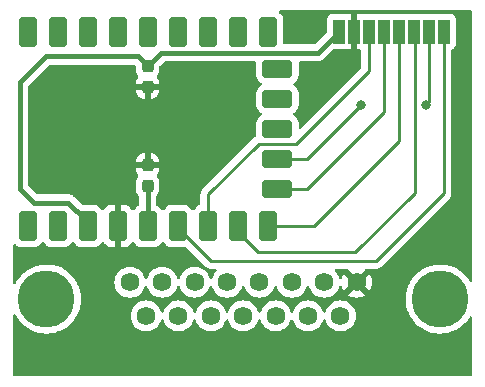
<source format=gbr>
%TF.GenerationSoftware,KiCad,Pcbnew,(6.0.7-1)-1*%
%TF.CreationDate,2023-01-15T20:24:13-08:00*%
%TF.ProjectId,NeoGeoDB15Wireless,4e656f47-656f-4444-9231-35576972656c,rev?*%
%TF.SameCoordinates,Original*%
%TF.FileFunction,Copper,L2,Bot*%
%TF.FilePolarity,Positive*%
%FSLAX46Y46*%
G04 Gerber Fmt 4.6, Leading zero omitted, Abs format (unit mm)*
G04 Created by KiCad (PCBNEW (6.0.7-1)-1) date 2023-01-15 20:24:13*
%MOMM*%
%LPD*%
G01*
G04 APERTURE LIST*
G04 Aperture macros list*
%AMRoundRect*
0 Rectangle with rounded corners*
0 $1 Rounding radius*
0 $2 $3 $4 $5 $6 $7 $8 $9 X,Y pos of 4 corners*
0 Add a 4 corners polygon primitive as box body*
4,1,4,$2,$3,$4,$5,$6,$7,$8,$9,$2,$3,0*
0 Add four circle primitives for the rounded corners*
1,1,$1+$1,$2,$3*
1,1,$1+$1,$4,$5*
1,1,$1+$1,$6,$7*
1,1,$1+$1,$8,$9*
0 Add four rect primitives between the rounded corners*
20,1,$1+$1,$2,$3,$4,$5,0*
20,1,$1+$1,$4,$5,$6,$7,0*
20,1,$1+$1,$6,$7,$8,$9,0*
20,1,$1+$1,$8,$9,$2,$3,0*%
G04 Aperture macros list end*
%TA.AperFunction,SMDPad,CuDef*%
%ADD10RoundRect,0.237500X-0.237500X0.300000X-0.237500X-0.300000X0.237500X-0.300000X0.237500X0.300000X0*%
%TD*%
%TA.AperFunction,SMDPad,CuDef*%
%ADD11RoundRect,0.237500X0.237500X-0.300000X0.237500X0.300000X-0.237500X0.300000X-0.237500X-0.300000X0*%
%TD*%
%TA.AperFunction,ComponentPad*%
%ADD12RoundRect,0.400000X0.400000X-0.900000X0.400000X0.900000X-0.400000X0.900000X-0.400000X-0.900000X0*%
%TD*%
%TA.AperFunction,ComponentPad*%
%ADD13RoundRect,0.400050X0.400050X-0.899950X0.400050X0.899950X-0.400050X0.899950X-0.400050X-0.899950X0*%
%TD*%
%TA.AperFunction,ComponentPad*%
%ADD14RoundRect,0.400000X0.900000X-0.400000X0.900000X0.400000X-0.900000X0.400000X-0.900000X-0.400000X0*%
%TD*%
%TA.AperFunction,ComponentPad*%
%ADD15RoundRect,0.393700X0.906300X-0.393700X0.906300X0.393700X-0.906300X0.393700X-0.906300X-0.393700X0*%
%TD*%
%TA.AperFunction,WasherPad*%
%ADD16C,4.825000*%
%TD*%
%TA.AperFunction,ComponentPad*%
%ADD17C,1.591397*%
%TD*%
%TA.AperFunction,SMDPad,CuDef*%
%ADD18R,1.000000X2.000000*%
%TD*%
%TA.AperFunction,ViaPad*%
%ADD19C,0.800000*%
%TD*%
%TA.AperFunction,Conductor*%
%ADD20C,0.400000*%
%TD*%
%TA.AperFunction,Conductor*%
%ADD21C,0.250000*%
%TD*%
G04 APERTURE END LIST*
D10*
%TO.P,C2,1*%
%TO.N,/3V3*%
X91900000Y-66737500D03*
%TO.P,C2,2*%
%TO.N,/GND*%
X91900000Y-68462500D03*
%TD*%
D11*
%TO.P,C1,1*%
%TO.N,/VCC*%
X91900000Y-76862500D03*
%TO.P,C1,2*%
%TO.N,/GND*%
X91900000Y-75137500D03*
%TD*%
D12*
%TO.P,U1,1,GP0*%
%TO.N,/DU*%
X81765000Y-63835000D03*
%TO.P,U1,2,GP1*%
%TO.N,/DD*%
X84305000Y-63835000D03*
%TO.P,U1,3,GP2*%
%TO.N,/DL*%
X86845000Y-63835000D03*
%TO.P,U1,4,GP3*%
%TO.N,/DR*%
X89385000Y-63835000D03*
%TO.P,U1,5,GP4*%
%TO.N,/BA*%
X91925000Y-63835000D03*
D13*
%TO.P,U1,6,GP5*%
%TO.N,/BB*%
X94465000Y-63835000D03*
%TO.P,U1,7,GP6*%
%TO.N,/BC*%
X97005000Y-63835000D03*
%TO.P,U1,8,GP7*%
%TO.N,/BD*%
X99545000Y-63835000D03*
%TO.P,U1,9,GP8*%
%TO.N,/STA*%
X102085000Y-63835000D03*
D14*
%TO.P,U1,10,GP9*%
%TO.N,/SEL*%
X102895000Y-66975000D03*
D15*
%TO.P,U1,11,GP10*%
%TO.N,unconnected-(U1-Pad11)*%
X102895000Y-69515000D03*
%TO.P,U1,12,GP11*%
%TO.N,unconnected-(U1-Pad12)*%
X102895000Y-72055000D03*
%TO.P,U1,13,GP12*%
%TO.N,/MISO*%
X102895000Y-74595000D03*
%TO.P,U1,14,GP13*%
%TO.N,/CS*%
X102895000Y-77135000D03*
D13*
%TO.P,U1,15,GP14*%
%TO.N,/SCK*%
X102085000Y-80275000D03*
%TO.P,U1,16,GP15*%
%TO.N,/MOSI*%
X99545000Y-80275000D03*
%TO.P,U1,17,GP26*%
%TO.N,/CE*%
X97005000Y-80275000D03*
%TO.P,U1,18,GP27*%
%TO.N,/IRQ*%
X94465000Y-80275000D03*
%TO.P,U1,19,GP28*%
%TO.N,unconnected-(U1-Pad19)*%
X81765000Y-80275000D03*
%TO.P,U1,20,GP29*%
%TO.N,unconnected-(U1-Pad20)*%
X84305000Y-80275000D03*
%TO.P,U1,21,3V3*%
%TO.N,/3V3*%
X86845000Y-80275000D03*
%TO.P,U1,22,5V*%
%TO.N,/VCC*%
X91925000Y-80275000D03*
%TO.P,U1,23,GND*%
%TO.N,/GND*%
X89385000Y-80275000D03*
%TD*%
D16*
%TO.P,J1,*%
%TO.N,*%
X116662400Y-86450800D03*
X83337600Y-86450800D03*
D17*
%TO.P,J1,1,1*%
%TO.N,/GND*%
X109601192Y-85028400D03*
%TO.P,J1,2,2*%
%TO.N,unconnected-(J1-Pad2)*%
X106857993Y-85028400D03*
%TO.P,J1,3,3*%
%TO.N,/SEL*%
X104114794Y-85028400D03*
%TO.P,J1,4,4*%
%TO.N,/BD*%
X101371595Y-85028400D03*
%TO.P,J1,5,5*%
%TO.N,/BB*%
X98628396Y-85028400D03*
%TO.P,J1,6,6*%
%TO.N,/DR*%
X95885197Y-85028400D03*
%TO.P,J1,7,7*%
%TO.N,/DD*%
X93141998Y-85028400D03*
%TO.P,J1,8,8*%
%TO.N,/VCC*%
X90398799Y-85028400D03*
%TO.P,J1,9,P9*%
%TO.N,unconnected-(J1-Pad9)*%
X108229600Y-87873200D03*
%TO.P,J1,10,P10*%
%TO.N,unconnected-(J1-Pad10)*%
X105486401Y-87873200D03*
%TO.P,J1,11,P111*%
%TO.N,/STA*%
X102743202Y-87873200D03*
%TO.P,J1,12,P12*%
%TO.N,/BC*%
X100000003Y-87873200D03*
%TO.P,J1,13,P13*%
%TO.N,/BA*%
X97256804Y-87873200D03*
%TO.P,J1,14,P14*%
%TO.N,/DL*%
X94513605Y-87873200D03*
%TO.P,J1,15,P15*%
%TO.N,/DU*%
X91770406Y-87873200D03*
%TD*%
D18*
%TO.P,U2,1,GND*%
%TO.N,/GND*%
X109370000Y-63800000D03*
%TO.P,U2,2,VCC*%
%TO.N,/3V3*%
X108100000Y-63800000D03*
%TO.P,U2,3,CE*%
%TO.N,/CE*%
X110640000Y-63800000D03*
%TO.P,U2,4,~{CSN}*%
%TO.N,/CS*%
X111910000Y-63800000D03*
%TO.P,U2,5,SCK*%
%TO.N,/SCK*%
X113180000Y-63800000D03*
%TO.P,U2,6,MOSI*%
%TO.N,/MOSI*%
X114450000Y-63800000D03*
%TO.P,U2,7,MISO*%
%TO.N,/MISO*%
X115720000Y-63800000D03*
%TO.P,U2,8,IRQ*%
%TO.N,/IRQ*%
X116990000Y-63800000D03*
%TD*%
D19*
%TO.N,/MISO*%
X110000000Y-70000000D03*
X115500000Y-70000000D03*
%TD*%
D20*
%TO.N,/3V3*%
X91900000Y-66737500D02*
X91062500Y-65900000D01*
X85200000Y-78300000D02*
X86575000Y-79675000D01*
X91062500Y-65900000D02*
X83300000Y-65900000D01*
X81100000Y-68100000D02*
X81100000Y-77100000D01*
X81100000Y-77100000D02*
X82300000Y-78300000D01*
X83300000Y-65900000D02*
X81100000Y-68100000D01*
X82300000Y-78300000D02*
X85200000Y-78300000D01*
X86575000Y-79675000D02*
X86845000Y-79675000D01*
D21*
%TO.N,/CE*%
X97005000Y-77595000D02*
X97005000Y-79675000D01*
X101300000Y-73300000D02*
X97005000Y-77595000D01*
X110640000Y-67160000D02*
X104500000Y-73300000D01*
X104500000Y-73300000D02*
X101300000Y-73300000D01*
X110640000Y-63800000D02*
X110640000Y-67160000D01*
D20*
%TO.N,/VCC*%
X91900000Y-76862500D02*
X91900000Y-79650000D01*
X91900000Y-79650000D02*
X91925000Y-79675000D01*
%TO.N,/3V3*%
X108100000Y-63800000D02*
X106300000Y-65600000D01*
X106300000Y-65600000D02*
X93037500Y-65600000D01*
X93037500Y-65600000D02*
X91900000Y-66737500D01*
D21*
%TO.N,/MISO*%
X102295000Y-74595000D02*
X105405000Y-74595000D01*
X115720000Y-69780000D02*
X115720000Y-63800000D01*
X115500000Y-70000000D02*
X115720000Y-69780000D01*
X105405000Y-74595000D02*
X110000000Y-70000000D01*
%TO.N,/CS*%
X111910000Y-63800000D02*
X111910000Y-70590000D01*
X111910000Y-70590000D02*
X105365000Y-77135000D01*
X105365000Y-77135000D02*
X102295000Y-77135000D01*
%TO.N,/SCK*%
X102660000Y-80250000D02*
X102085000Y-79675000D01*
X113180000Y-73070000D02*
X106000000Y-80250000D01*
X106000000Y-80250000D02*
X102660000Y-80250000D01*
X113180000Y-63800000D02*
X113180000Y-73070000D01*
%TO.N,/MOSI*%
X99545000Y-80795000D02*
X99545000Y-79675000D01*
X109500000Y-82500000D02*
X101250000Y-82500000D01*
X114500000Y-77500000D02*
X109500000Y-82500000D01*
X101250000Y-82500000D02*
X99545000Y-80795000D01*
X114500000Y-63850000D02*
X114500000Y-77500000D01*
X114450000Y-63800000D02*
X114500000Y-63850000D01*
%TO.N,/IRQ*%
X116990000Y-63800000D02*
X116990000Y-77510000D01*
X116990000Y-77510000D02*
X111250000Y-83250000D01*
X94465000Y-80465000D02*
X94465000Y-79675000D01*
X97250000Y-83250000D02*
X94465000Y-80465000D01*
X111250000Y-83250000D02*
X97250000Y-83250000D01*
%TD*%
%TA.AperFunction,Conductor*%
%TO.N,/GND*%
G36*
X119333621Y-62028502D02*
G01*
X119380114Y-62082158D01*
X119391500Y-62134500D01*
X119391500Y-84864464D01*
X119371498Y-84932585D01*
X119317842Y-84979078D01*
X119247568Y-84989182D01*
X119182988Y-84959688D01*
X119156052Y-84926892D01*
X119118099Y-84860353D01*
X119116308Y-84857213D01*
X118916883Y-84585729D01*
X118912149Y-84580634D01*
X118690048Y-84341626D01*
X118690046Y-84341625D01*
X118687576Y-84338966D01*
X118684822Y-84336614D01*
X118684818Y-84336610D01*
X118591046Y-84256521D01*
X118431427Y-84120193D01*
X118428424Y-84118175D01*
X118428416Y-84118169D01*
X118201171Y-83965468D01*
X118151830Y-83932312D01*
X118148621Y-83930656D01*
X118148613Y-83930651D01*
X117855711Y-83779474D01*
X117855712Y-83779474D01*
X117852491Y-83777812D01*
X117537378Y-83658741D01*
X117210668Y-83576677D01*
X117069862Y-83558139D01*
X116880295Y-83533182D01*
X116880287Y-83533181D01*
X116876691Y-83532708D01*
X116737023Y-83530514D01*
X116543516Y-83527474D01*
X116543512Y-83527474D01*
X116539874Y-83527417D01*
X116536259Y-83527778D01*
X116536254Y-83527778D01*
X116297735Y-83551585D01*
X116204681Y-83560873D01*
X115875554Y-83632634D01*
X115872127Y-83633807D01*
X115872121Y-83633809D01*
X115560288Y-83740574D01*
X115560283Y-83740576D01*
X115556857Y-83741749D01*
X115553589Y-83743308D01*
X115553581Y-83743311D01*
X115408589Y-83812469D01*
X115252813Y-83886770D01*
X114967452Y-84065777D01*
X114964616Y-84068049D01*
X114964609Y-84068054D01*
X114896586Y-84122551D01*
X114704557Y-84276395D01*
X114467613Y-84515835D01*
X114465377Y-84518687D01*
X114465375Y-84518689D01*
X114311722Y-84714649D01*
X114259758Y-84780921D01*
X114257865Y-84784010D01*
X114257863Y-84784013D01*
X114104748Y-85033875D01*
X114083750Y-85068140D01*
X114082231Y-85071412D01*
X114082228Y-85071418D01*
X114048816Y-85143399D01*
X113941920Y-85373686D01*
X113940780Y-85377133D01*
X113837288Y-85690062D01*
X113837285Y-85690072D01*
X113836149Y-85693508D01*
X113835413Y-85697063D01*
X113835412Y-85697066D01*
X113825126Y-85746736D01*
X113767839Y-86023368D01*
X113749295Y-86231146D01*
X113741529Y-86318170D01*
X113737894Y-86358894D01*
X113737989Y-86362524D01*
X113737989Y-86362525D01*
X113745112Y-86634522D01*
X113746712Y-86695637D01*
X113794176Y-87029135D01*
X113879656Y-87354968D01*
X114002021Y-87668817D01*
X114003725Y-87672035D01*
X114133322Y-87916801D01*
X114159647Y-87966521D01*
X114161699Y-87969506D01*
X114161704Y-87969515D01*
X114348389Y-88241143D01*
X114348395Y-88241150D01*
X114350446Y-88244135D01*
X114571889Y-88497980D01*
X114821040Y-88724690D01*
X115094598Y-88921261D01*
X115388936Y-89085088D01*
X115700153Y-89213998D01*
X115703647Y-89214993D01*
X115703649Y-89214994D01*
X116020623Y-89305287D01*
X116020628Y-89305288D01*
X116024124Y-89306284D01*
X116186748Y-89332914D01*
X116352974Y-89360135D01*
X116352981Y-89360136D01*
X116356555Y-89360721D01*
X116524797Y-89368655D01*
X116689413Y-89376419D01*
X116689414Y-89376419D01*
X116693040Y-89376590D01*
X116699980Y-89376117D01*
X117025487Y-89353926D01*
X117025494Y-89353925D01*
X117029119Y-89353678D01*
X117032695Y-89353015D01*
X117032697Y-89353015D01*
X117356772Y-89292951D01*
X117356776Y-89292950D01*
X117360337Y-89292290D01*
X117682304Y-89193240D01*
X117708136Y-89181901D01*
X117987439Y-89059296D01*
X117990754Y-89057841D01*
X118281596Y-88887886D01*
X118498953Y-88724690D01*
X118548070Y-88687812D01*
X118548074Y-88687809D01*
X118550977Y-88685629D01*
X118795326Y-88453751D01*
X119011404Y-88195324D01*
X119070178Y-88105850D01*
X119160188Y-87968822D01*
X119214306Y-87922868D01*
X119284677Y-87913467D01*
X119348960Y-87943604D01*
X119386745Y-88003711D01*
X119391500Y-88037999D01*
X119391500Y-92865500D01*
X119371498Y-92933621D01*
X119317842Y-92980114D01*
X119265500Y-92991500D01*
X80634500Y-92991500D01*
X80566379Y-92971498D01*
X80519886Y-92917842D01*
X80508500Y-92865500D01*
X80508500Y-87857401D01*
X80528502Y-87789280D01*
X80582158Y-87742787D01*
X80652432Y-87732683D01*
X80717012Y-87762177D01*
X80745852Y-87798438D01*
X80834847Y-87966521D01*
X80836899Y-87969506D01*
X80836904Y-87969515D01*
X81023589Y-88241143D01*
X81023595Y-88241150D01*
X81025646Y-88244135D01*
X81247089Y-88497980D01*
X81496240Y-88724690D01*
X81769798Y-88921261D01*
X82064136Y-89085088D01*
X82375353Y-89213998D01*
X82378847Y-89214993D01*
X82378849Y-89214994D01*
X82695823Y-89305287D01*
X82695828Y-89305288D01*
X82699324Y-89306284D01*
X82861948Y-89332914D01*
X83028174Y-89360135D01*
X83028181Y-89360136D01*
X83031755Y-89360721D01*
X83199997Y-89368655D01*
X83364613Y-89376419D01*
X83364614Y-89376419D01*
X83368240Y-89376590D01*
X83375180Y-89376117D01*
X83700687Y-89353926D01*
X83700694Y-89353925D01*
X83704319Y-89353678D01*
X83707895Y-89353015D01*
X83707897Y-89353015D01*
X84031972Y-89292951D01*
X84031976Y-89292950D01*
X84035537Y-89292290D01*
X84357504Y-89193240D01*
X84383336Y-89181901D01*
X84662639Y-89059296D01*
X84665954Y-89057841D01*
X84956796Y-88887886D01*
X85174153Y-88724690D01*
X85223270Y-88687812D01*
X85223274Y-88687809D01*
X85226177Y-88685629D01*
X85470526Y-88453751D01*
X85686604Y-88195324D01*
X85692105Y-88186950D01*
X85869560Y-87916801D01*
X85869565Y-87916792D01*
X85871547Y-87913775D01*
X85891954Y-87873200D01*
X90461226Y-87873200D01*
X90481115Y-88100537D01*
X90540179Y-88320966D01*
X90542501Y-88325946D01*
X90542502Y-88325948D01*
X90634297Y-88522803D01*
X90634300Y-88522808D01*
X90636623Y-88527790D01*
X90639779Y-88532297D01*
X90639780Y-88532299D01*
X90747143Y-88685629D01*
X90767516Y-88714725D01*
X90928881Y-88876090D01*
X90933389Y-88879247D01*
X90933392Y-88879249D01*
X91111307Y-89003826D01*
X91115816Y-89006983D01*
X91120798Y-89009306D01*
X91120803Y-89009309D01*
X91279527Y-89083323D01*
X91322640Y-89103427D01*
X91327948Y-89104849D01*
X91327950Y-89104850D01*
X91396419Y-89123196D01*
X91543069Y-89162491D01*
X91770406Y-89182380D01*
X91997743Y-89162491D01*
X92144393Y-89123196D01*
X92212862Y-89104850D01*
X92212864Y-89104849D01*
X92218172Y-89103427D01*
X92261285Y-89083323D01*
X92420009Y-89009309D01*
X92420014Y-89009306D01*
X92424996Y-89006983D01*
X92429505Y-89003826D01*
X92607420Y-88879249D01*
X92607423Y-88879247D01*
X92611931Y-88876090D01*
X92773296Y-88714725D01*
X92793670Y-88685629D01*
X92901032Y-88532299D01*
X92901033Y-88532297D01*
X92904189Y-88527790D01*
X92906512Y-88522808D01*
X92906515Y-88522803D01*
X92998310Y-88325948D01*
X92998311Y-88325946D01*
X93000633Y-88320966D01*
X93002056Y-88315656D01*
X93002059Y-88315648D01*
X93020300Y-88247573D01*
X93057252Y-88186950D01*
X93121112Y-88155929D01*
X93191607Y-88164359D01*
X93246353Y-88209562D01*
X93263712Y-88247572D01*
X93283378Y-88320966D01*
X93285700Y-88325946D01*
X93285701Y-88325948D01*
X93377496Y-88522803D01*
X93377499Y-88522808D01*
X93379822Y-88527790D01*
X93382978Y-88532297D01*
X93382979Y-88532299D01*
X93490342Y-88685629D01*
X93510715Y-88714725D01*
X93672080Y-88876090D01*
X93676588Y-88879247D01*
X93676591Y-88879249D01*
X93854506Y-89003826D01*
X93859015Y-89006983D01*
X93863997Y-89009306D01*
X93864002Y-89009309D01*
X94022726Y-89083323D01*
X94065839Y-89103427D01*
X94071147Y-89104849D01*
X94071149Y-89104850D01*
X94139618Y-89123196D01*
X94286268Y-89162491D01*
X94513605Y-89182380D01*
X94740942Y-89162491D01*
X94887592Y-89123196D01*
X94956061Y-89104850D01*
X94956063Y-89104849D01*
X94961371Y-89103427D01*
X95004484Y-89083323D01*
X95163208Y-89009309D01*
X95163213Y-89009306D01*
X95168195Y-89006983D01*
X95172704Y-89003826D01*
X95350619Y-88879249D01*
X95350622Y-88879247D01*
X95355130Y-88876090D01*
X95516495Y-88714725D01*
X95536869Y-88685629D01*
X95644231Y-88532299D01*
X95644232Y-88532297D01*
X95647388Y-88527790D01*
X95649711Y-88522808D01*
X95649714Y-88522803D01*
X95741509Y-88325948D01*
X95741510Y-88325946D01*
X95743832Y-88320966D01*
X95745255Y-88315656D01*
X95745258Y-88315648D01*
X95763499Y-88247573D01*
X95800451Y-88186950D01*
X95864311Y-88155929D01*
X95934806Y-88164359D01*
X95989552Y-88209562D01*
X96006911Y-88247572D01*
X96026577Y-88320966D01*
X96028899Y-88325946D01*
X96028900Y-88325948D01*
X96120695Y-88522803D01*
X96120698Y-88522808D01*
X96123021Y-88527790D01*
X96126177Y-88532297D01*
X96126178Y-88532299D01*
X96233541Y-88685629D01*
X96253914Y-88714725D01*
X96415279Y-88876090D01*
X96419787Y-88879247D01*
X96419790Y-88879249D01*
X96597705Y-89003826D01*
X96602214Y-89006983D01*
X96607196Y-89009306D01*
X96607201Y-89009309D01*
X96765925Y-89083323D01*
X96809038Y-89103427D01*
X96814346Y-89104849D01*
X96814348Y-89104850D01*
X96882817Y-89123196D01*
X97029467Y-89162491D01*
X97256804Y-89182380D01*
X97484141Y-89162491D01*
X97630791Y-89123196D01*
X97699260Y-89104850D01*
X97699262Y-89104849D01*
X97704570Y-89103427D01*
X97747683Y-89083323D01*
X97906407Y-89009309D01*
X97906412Y-89009306D01*
X97911394Y-89006983D01*
X97915903Y-89003826D01*
X98093818Y-88879249D01*
X98093821Y-88879247D01*
X98098329Y-88876090D01*
X98259694Y-88714725D01*
X98280068Y-88685629D01*
X98387430Y-88532299D01*
X98387431Y-88532297D01*
X98390587Y-88527790D01*
X98392910Y-88522808D01*
X98392913Y-88522803D01*
X98484708Y-88325948D01*
X98484709Y-88325946D01*
X98487031Y-88320966D01*
X98488454Y-88315656D01*
X98488457Y-88315648D01*
X98506698Y-88247573D01*
X98543650Y-88186950D01*
X98607510Y-88155929D01*
X98678005Y-88164359D01*
X98732751Y-88209562D01*
X98750110Y-88247572D01*
X98769776Y-88320966D01*
X98772098Y-88325946D01*
X98772099Y-88325948D01*
X98863894Y-88522803D01*
X98863897Y-88522808D01*
X98866220Y-88527790D01*
X98869376Y-88532297D01*
X98869377Y-88532299D01*
X98976740Y-88685629D01*
X98997113Y-88714725D01*
X99158478Y-88876090D01*
X99162986Y-88879247D01*
X99162989Y-88879249D01*
X99340904Y-89003826D01*
X99345413Y-89006983D01*
X99350395Y-89009306D01*
X99350400Y-89009309D01*
X99509124Y-89083323D01*
X99552237Y-89103427D01*
X99557545Y-89104849D01*
X99557547Y-89104850D01*
X99626016Y-89123196D01*
X99772666Y-89162491D01*
X100000003Y-89182380D01*
X100227340Y-89162491D01*
X100373990Y-89123196D01*
X100442459Y-89104850D01*
X100442461Y-89104849D01*
X100447769Y-89103427D01*
X100490882Y-89083323D01*
X100649606Y-89009309D01*
X100649611Y-89009306D01*
X100654593Y-89006983D01*
X100659102Y-89003826D01*
X100837017Y-88879249D01*
X100837020Y-88879247D01*
X100841528Y-88876090D01*
X101002893Y-88714725D01*
X101023267Y-88685629D01*
X101130629Y-88532299D01*
X101130630Y-88532297D01*
X101133786Y-88527790D01*
X101136109Y-88522808D01*
X101136112Y-88522803D01*
X101227907Y-88325948D01*
X101227908Y-88325946D01*
X101230230Y-88320966D01*
X101231653Y-88315656D01*
X101231656Y-88315648D01*
X101249897Y-88247573D01*
X101286849Y-88186950D01*
X101350709Y-88155929D01*
X101421204Y-88164359D01*
X101475950Y-88209562D01*
X101493309Y-88247572D01*
X101512975Y-88320966D01*
X101515297Y-88325946D01*
X101515298Y-88325948D01*
X101607093Y-88522803D01*
X101607096Y-88522808D01*
X101609419Y-88527790D01*
X101612575Y-88532297D01*
X101612576Y-88532299D01*
X101719939Y-88685629D01*
X101740312Y-88714725D01*
X101901677Y-88876090D01*
X101906185Y-88879247D01*
X101906188Y-88879249D01*
X102084103Y-89003826D01*
X102088612Y-89006983D01*
X102093594Y-89009306D01*
X102093599Y-89009309D01*
X102252323Y-89083323D01*
X102295436Y-89103427D01*
X102300744Y-89104849D01*
X102300746Y-89104850D01*
X102369215Y-89123196D01*
X102515865Y-89162491D01*
X102743202Y-89182380D01*
X102970539Y-89162491D01*
X103117189Y-89123196D01*
X103185658Y-89104850D01*
X103185660Y-89104849D01*
X103190968Y-89103427D01*
X103234081Y-89083323D01*
X103392805Y-89009309D01*
X103392810Y-89009306D01*
X103397792Y-89006983D01*
X103402301Y-89003826D01*
X103580216Y-88879249D01*
X103580219Y-88879247D01*
X103584727Y-88876090D01*
X103746092Y-88714725D01*
X103766466Y-88685629D01*
X103873828Y-88532299D01*
X103873829Y-88532297D01*
X103876985Y-88527790D01*
X103879308Y-88522808D01*
X103879311Y-88522803D01*
X103971106Y-88325948D01*
X103971107Y-88325946D01*
X103973429Y-88320966D01*
X103974852Y-88315656D01*
X103974855Y-88315648D01*
X103993096Y-88247573D01*
X104030048Y-88186950D01*
X104093908Y-88155929D01*
X104164403Y-88164359D01*
X104219149Y-88209562D01*
X104236508Y-88247572D01*
X104256174Y-88320966D01*
X104258496Y-88325946D01*
X104258497Y-88325948D01*
X104350292Y-88522803D01*
X104350295Y-88522808D01*
X104352618Y-88527790D01*
X104355774Y-88532297D01*
X104355775Y-88532299D01*
X104463138Y-88685629D01*
X104483511Y-88714725D01*
X104644876Y-88876090D01*
X104649384Y-88879247D01*
X104649387Y-88879249D01*
X104827302Y-89003826D01*
X104831811Y-89006983D01*
X104836793Y-89009306D01*
X104836798Y-89009309D01*
X104995522Y-89083323D01*
X105038635Y-89103427D01*
X105043943Y-89104849D01*
X105043945Y-89104850D01*
X105112414Y-89123196D01*
X105259064Y-89162491D01*
X105486401Y-89182380D01*
X105713738Y-89162491D01*
X105860388Y-89123196D01*
X105928857Y-89104850D01*
X105928859Y-89104849D01*
X105934167Y-89103427D01*
X105977280Y-89083323D01*
X106136004Y-89009309D01*
X106136009Y-89009306D01*
X106140991Y-89006983D01*
X106145500Y-89003826D01*
X106323415Y-88879249D01*
X106323418Y-88879247D01*
X106327926Y-88876090D01*
X106489291Y-88714725D01*
X106509665Y-88685629D01*
X106617027Y-88532299D01*
X106617028Y-88532297D01*
X106620184Y-88527790D01*
X106622507Y-88522808D01*
X106622510Y-88522803D01*
X106714305Y-88325948D01*
X106714306Y-88325946D01*
X106716628Y-88320966D01*
X106718051Y-88315656D01*
X106718054Y-88315648D01*
X106736295Y-88247573D01*
X106773247Y-88186950D01*
X106837107Y-88155929D01*
X106907602Y-88164359D01*
X106962348Y-88209562D01*
X106979707Y-88247572D01*
X106999373Y-88320966D01*
X107001695Y-88325946D01*
X107001696Y-88325948D01*
X107093491Y-88522803D01*
X107093494Y-88522808D01*
X107095817Y-88527790D01*
X107098973Y-88532297D01*
X107098974Y-88532299D01*
X107206337Y-88685629D01*
X107226710Y-88714725D01*
X107388075Y-88876090D01*
X107392583Y-88879247D01*
X107392586Y-88879249D01*
X107570501Y-89003826D01*
X107575010Y-89006983D01*
X107579992Y-89009306D01*
X107579997Y-89009309D01*
X107738721Y-89083323D01*
X107781834Y-89103427D01*
X107787142Y-89104849D01*
X107787144Y-89104850D01*
X107855613Y-89123196D01*
X108002263Y-89162491D01*
X108229600Y-89182380D01*
X108456937Y-89162491D01*
X108603587Y-89123196D01*
X108672056Y-89104850D01*
X108672058Y-89104849D01*
X108677366Y-89103427D01*
X108720479Y-89083323D01*
X108879203Y-89009309D01*
X108879208Y-89009306D01*
X108884190Y-89006983D01*
X108888699Y-89003826D01*
X109066614Y-88879249D01*
X109066617Y-88879247D01*
X109071125Y-88876090D01*
X109232490Y-88714725D01*
X109252864Y-88685629D01*
X109360226Y-88532299D01*
X109360227Y-88532297D01*
X109363383Y-88527790D01*
X109365706Y-88522808D01*
X109365709Y-88522803D01*
X109457504Y-88325948D01*
X109457505Y-88325946D01*
X109459827Y-88320966D01*
X109518891Y-88100537D01*
X109538780Y-87873200D01*
X109518891Y-87645863D01*
X109459827Y-87425434D01*
X109426968Y-87354968D01*
X109365709Y-87223597D01*
X109365706Y-87223592D01*
X109363383Y-87218610D01*
X109360226Y-87214101D01*
X109235649Y-87036186D01*
X109235647Y-87036183D01*
X109232490Y-87031675D01*
X109071125Y-86870310D01*
X109066617Y-86867153D01*
X109066614Y-86867151D01*
X108888699Y-86742574D01*
X108888697Y-86742573D01*
X108884190Y-86739417D01*
X108879208Y-86737094D01*
X108879203Y-86737091D01*
X108682348Y-86645296D01*
X108682346Y-86645295D01*
X108677366Y-86642973D01*
X108672058Y-86641551D01*
X108672056Y-86641550D01*
X108603587Y-86623204D01*
X108456937Y-86583909D01*
X108229600Y-86564020D01*
X108002263Y-86583909D01*
X107855613Y-86623204D01*
X107787144Y-86641550D01*
X107787142Y-86641551D01*
X107781834Y-86642973D01*
X107776854Y-86645295D01*
X107776852Y-86645296D01*
X107579997Y-86737091D01*
X107579992Y-86737094D01*
X107575010Y-86739417D01*
X107570503Y-86742573D01*
X107570501Y-86742574D01*
X107392586Y-86867151D01*
X107392583Y-86867153D01*
X107388075Y-86870310D01*
X107226710Y-87031675D01*
X107223553Y-87036183D01*
X107223551Y-87036186D01*
X107098974Y-87214101D01*
X107095817Y-87218610D01*
X107093494Y-87223592D01*
X107093491Y-87223597D01*
X107032232Y-87354968D01*
X106999373Y-87425434D01*
X106997951Y-87430742D01*
X106997950Y-87430744D01*
X106979708Y-87498826D01*
X106942757Y-87559449D01*
X106878896Y-87590470D01*
X106808402Y-87582042D01*
X106753654Y-87536839D01*
X106736295Y-87498827D01*
X106718054Y-87430752D01*
X106718050Y-87430741D01*
X106716628Y-87425434D01*
X106683769Y-87354968D01*
X106622510Y-87223597D01*
X106622507Y-87223592D01*
X106620184Y-87218610D01*
X106617027Y-87214101D01*
X106492450Y-87036186D01*
X106492448Y-87036183D01*
X106489291Y-87031675D01*
X106327926Y-86870310D01*
X106323418Y-86867153D01*
X106323415Y-86867151D01*
X106145500Y-86742574D01*
X106145498Y-86742573D01*
X106140991Y-86739417D01*
X106136009Y-86737094D01*
X106136004Y-86737091D01*
X105939149Y-86645296D01*
X105939147Y-86645295D01*
X105934167Y-86642973D01*
X105928859Y-86641551D01*
X105928857Y-86641550D01*
X105860388Y-86623204D01*
X105713738Y-86583909D01*
X105486401Y-86564020D01*
X105259064Y-86583909D01*
X105112414Y-86623204D01*
X105043945Y-86641550D01*
X105043943Y-86641551D01*
X105038635Y-86642973D01*
X105033655Y-86645295D01*
X105033653Y-86645296D01*
X104836798Y-86737091D01*
X104836793Y-86737094D01*
X104831811Y-86739417D01*
X104827304Y-86742573D01*
X104827302Y-86742574D01*
X104649387Y-86867151D01*
X104649384Y-86867153D01*
X104644876Y-86870310D01*
X104483511Y-87031675D01*
X104480354Y-87036183D01*
X104480352Y-87036186D01*
X104355775Y-87214101D01*
X104352618Y-87218610D01*
X104350295Y-87223592D01*
X104350292Y-87223597D01*
X104289033Y-87354968D01*
X104256174Y-87425434D01*
X104254752Y-87430742D01*
X104254751Y-87430744D01*
X104236509Y-87498826D01*
X104199558Y-87559449D01*
X104135697Y-87590470D01*
X104065203Y-87582042D01*
X104010455Y-87536839D01*
X103993096Y-87498827D01*
X103974855Y-87430752D01*
X103974851Y-87430741D01*
X103973429Y-87425434D01*
X103940570Y-87354968D01*
X103879311Y-87223597D01*
X103879308Y-87223592D01*
X103876985Y-87218610D01*
X103873828Y-87214101D01*
X103749251Y-87036186D01*
X103749249Y-87036183D01*
X103746092Y-87031675D01*
X103584727Y-86870310D01*
X103580219Y-86867153D01*
X103580216Y-86867151D01*
X103402301Y-86742574D01*
X103402299Y-86742573D01*
X103397792Y-86739417D01*
X103392810Y-86737094D01*
X103392805Y-86737091D01*
X103195950Y-86645296D01*
X103195948Y-86645295D01*
X103190968Y-86642973D01*
X103185660Y-86641551D01*
X103185658Y-86641550D01*
X103117189Y-86623204D01*
X102970539Y-86583909D01*
X102743202Y-86564020D01*
X102515865Y-86583909D01*
X102369215Y-86623204D01*
X102300746Y-86641550D01*
X102300744Y-86641551D01*
X102295436Y-86642973D01*
X102290456Y-86645295D01*
X102290454Y-86645296D01*
X102093599Y-86737091D01*
X102093594Y-86737094D01*
X102088612Y-86739417D01*
X102084105Y-86742573D01*
X102084103Y-86742574D01*
X101906188Y-86867151D01*
X101906185Y-86867153D01*
X101901677Y-86870310D01*
X101740312Y-87031675D01*
X101737155Y-87036183D01*
X101737153Y-87036186D01*
X101612576Y-87214101D01*
X101609419Y-87218610D01*
X101607096Y-87223592D01*
X101607093Y-87223597D01*
X101545834Y-87354968D01*
X101512975Y-87425434D01*
X101511553Y-87430742D01*
X101511552Y-87430744D01*
X101493310Y-87498826D01*
X101456359Y-87559449D01*
X101392498Y-87590470D01*
X101322004Y-87582042D01*
X101267256Y-87536839D01*
X101249897Y-87498827D01*
X101231656Y-87430752D01*
X101231652Y-87430741D01*
X101230230Y-87425434D01*
X101197371Y-87354968D01*
X101136112Y-87223597D01*
X101136109Y-87223592D01*
X101133786Y-87218610D01*
X101130629Y-87214101D01*
X101006052Y-87036186D01*
X101006050Y-87036183D01*
X101002893Y-87031675D01*
X100841528Y-86870310D01*
X100837020Y-86867153D01*
X100837017Y-86867151D01*
X100659102Y-86742574D01*
X100659100Y-86742573D01*
X100654593Y-86739417D01*
X100649611Y-86737094D01*
X100649606Y-86737091D01*
X100452751Y-86645296D01*
X100452749Y-86645295D01*
X100447769Y-86642973D01*
X100442461Y-86641551D01*
X100442459Y-86641550D01*
X100373990Y-86623204D01*
X100227340Y-86583909D01*
X100000003Y-86564020D01*
X99772666Y-86583909D01*
X99626016Y-86623204D01*
X99557547Y-86641550D01*
X99557545Y-86641551D01*
X99552237Y-86642973D01*
X99547257Y-86645295D01*
X99547255Y-86645296D01*
X99350400Y-86737091D01*
X99350395Y-86737094D01*
X99345413Y-86739417D01*
X99340906Y-86742573D01*
X99340904Y-86742574D01*
X99162989Y-86867151D01*
X99162986Y-86867153D01*
X99158478Y-86870310D01*
X98997113Y-87031675D01*
X98993956Y-87036183D01*
X98993954Y-87036186D01*
X98869377Y-87214101D01*
X98866220Y-87218610D01*
X98863897Y-87223592D01*
X98863894Y-87223597D01*
X98802635Y-87354968D01*
X98769776Y-87425434D01*
X98768354Y-87430742D01*
X98768353Y-87430744D01*
X98750111Y-87498826D01*
X98713160Y-87559449D01*
X98649299Y-87590470D01*
X98578805Y-87582042D01*
X98524057Y-87536839D01*
X98506698Y-87498827D01*
X98488457Y-87430752D01*
X98488453Y-87430741D01*
X98487031Y-87425434D01*
X98454172Y-87354968D01*
X98392913Y-87223597D01*
X98392910Y-87223592D01*
X98390587Y-87218610D01*
X98387430Y-87214101D01*
X98262853Y-87036186D01*
X98262851Y-87036183D01*
X98259694Y-87031675D01*
X98098329Y-86870310D01*
X98093821Y-86867153D01*
X98093818Y-86867151D01*
X97915903Y-86742574D01*
X97915901Y-86742573D01*
X97911394Y-86739417D01*
X97906412Y-86737094D01*
X97906407Y-86737091D01*
X97709552Y-86645296D01*
X97709550Y-86645295D01*
X97704570Y-86642973D01*
X97699262Y-86641551D01*
X97699260Y-86641550D01*
X97630791Y-86623204D01*
X97484141Y-86583909D01*
X97256804Y-86564020D01*
X97029467Y-86583909D01*
X96882817Y-86623204D01*
X96814348Y-86641550D01*
X96814346Y-86641551D01*
X96809038Y-86642973D01*
X96804058Y-86645295D01*
X96804056Y-86645296D01*
X96607201Y-86737091D01*
X96607196Y-86737094D01*
X96602214Y-86739417D01*
X96597707Y-86742573D01*
X96597705Y-86742574D01*
X96419790Y-86867151D01*
X96419787Y-86867153D01*
X96415279Y-86870310D01*
X96253914Y-87031675D01*
X96250757Y-87036183D01*
X96250755Y-87036186D01*
X96126178Y-87214101D01*
X96123021Y-87218610D01*
X96120698Y-87223592D01*
X96120695Y-87223597D01*
X96059436Y-87354968D01*
X96026577Y-87425434D01*
X96025155Y-87430742D01*
X96025154Y-87430744D01*
X96006912Y-87498826D01*
X95969961Y-87559449D01*
X95906100Y-87590470D01*
X95835606Y-87582042D01*
X95780858Y-87536839D01*
X95763499Y-87498827D01*
X95745258Y-87430752D01*
X95745254Y-87430741D01*
X95743832Y-87425434D01*
X95710973Y-87354968D01*
X95649714Y-87223597D01*
X95649711Y-87223592D01*
X95647388Y-87218610D01*
X95644231Y-87214101D01*
X95519654Y-87036186D01*
X95519652Y-87036183D01*
X95516495Y-87031675D01*
X95355130Y-86870310D01*
X95350622Y-86867153D01*
X95350619Y-86867151D01*
X95172704Y-86742574D01*
X95172702Y-86742573D01*
X95168195Y-86739417D01*
X95163213Y-86737094D01*
X95163208Y-86737091D01*
X94966353Y-86645296D01*
X94966351Y-86645295D01*
X94961371Y-86642973D01*
X94956063Y-86641551D01*
X94956061Y-86641550D01*
X94887592Y-86623204D01*
X94740942Y-86583909D01*
X94513605Y-86564020D01*
X94286268Y-86583909D01*
X94139618Y-86623204D01*
X94071149Y-86641550D01*
X94071147Y-86641551D01*
X94065839Y-86642973D01*
X94060859Y-86645295D01*
X94060857Y-86645296D01*
X93864002Y-86737091D01*
X93863997Y-86737094D01*
X93859015Y-86739417D01*
X93854508Y-86742573D01*
X93854506Y-86742574D01*
X93676591Y-86867151D01*
X93676588Y-86867153D01*
X93672080Y-86870310D01*
X93510715Y-87031675D01*
X93507558Y-87036183D01*
X93507556Y-87036186D01*
X93382979Y-87214101D01*
X93379822Y-87218610D01*
X93377499Y-87223592D01*
X93377496Y-87223597D01*
X93316237Y-87354968D01*
X93283378Y-87425434D01*
X93281956Y-87430742D01*
X93281955Y-87430744D01*
X93263713Y-87498826D01*
X93226762Y-87559449D01*
X93162901Y-87590470D01*
X93092407Y-87582042D01*
X93037659Y-87536839D01*
X93020300Y-87498827D01*
X93002059Y-87430752D01*
X93002055Y-87430741D01*
X93000633Y-87425434D01*
X92967774Y-87354968D01*
X92906515Y-87223597D01*
X92906512Y-87223592D01*
X92904189Y-87218610D01*
X92901032Y-87214101D01*
X92776455Y-87036186D01*
X92776453Y-87036183D01*
X92773296Y-87031675D01*
X92611931Y-86870310D01*
X92607423Y-86867153D01*
X92607420Y-86867151D01*
X92429505Y-86742574D01*
X92429503Y-86742573D01*
X92424996Y-86739417D01*
X92420014Y-86737094D01*
X92420009Y-86737091D01*
X92223154Y-86645296D01*
X92223152Y-86645295D01*
X92218172Y-86642973D01*
X92212864Y-86641551D01*
X92212862Y-86641550D01*
X92144393Y-86623204D01*
X91997743Y-86583909D01*
X91770406Y-86564020D01*
X91543069Y-86583909D01*
X91396419Y-86623204D01*
X91327950Y-86641550D01*
X91327948Y-86641551D01*
X91322640Y-86642973D01*
X91317660Y-86645295D01*
X91317658Y-86645296D01*
X91120803Y-86737091D01*
X91120798Y-86737094D01*
X91115816Y-86739417D01*
X91111309Y-86742573D01*
X91111307Y-86742574D01*
X90933392Y-86867151D01*
X90933389Y-86867153D01*
X90928881Y-86870310D01*
X90767516Y-87031675D01*
X90764359Y-87036183D01*
X90764357Y-87036186D01*
X90639780Y-87214101D01*
X90636623Y-87218610D01*
X90634300Y-87223592D01*
X90634297Y-87223597D01*
X90573038Y-87354968D01*
X90540179Y-87425434D01*
X90481115Y-87645863D01*
X90461226Y-87873200D01*
X85891954Y-87873200D01*
X86008965Y-87640550D01*
X86021277Y-87616071D01*
X86021280Y-87616063D01*
X86022904Y-87612835D01*
X86024149Y-87609433D01*
X86137421Y-87299904D01*
X86137422Y-87299900D01*
X86138669Y-87296493D01*
X86139514Y-87292971D01*
X86139517Y-87292963D01*
X86216460Y-86972470D01*
X86216461Y-86972466D01*
X86217307Y-86968941D01*
X86229625Y-86867151D01*
X86257440Y-86637301D01*
X86257440Y-86637294D01*
X86257776Y-86634522D01*
X86263550Y-86450800D01*
X86255793Y-86316267D01*
X86244368Y-86118120D01*
X86244367Y-86118115D01*
X86244159Y-86114500D01*
X86230188Y-86034449D01*
X86186867Y-85786230D01*
X86186865Y-85786223D01*
X86186243Y-85782657D01*
X86175628Y-85746819D01*
X86093883Y-85470856D01*
X86090570Y-85459670D01*
X86066302Y-85402774D01*
X85959832Y-85153158D01*
X85959830Y-85153155D01*
X85958408Y-85149820D01*
X85913697Y-85071432D01*
X85793299Y-84860353D01*
X85791508Y-84857213D01*
X85592083Y-84585729D01*
X85587349Y-84580634D01*
X85365248Y-84341626D01*
X85365246Y-84341625D01*
X85362776Y-84338966D01*
X85360022Y-84336614D01*
X85360018Y-84336610D01*
X85266246Y-84256521D01*
X85106627Y-84120193D01*
X85103624Y-84118175D01*
X85103616Y-84118169D01*
X84876371Y-83965468D01*
X84827030Y-83932312D01*
X84823821Y-83930656D01*
X84823813Y-83930651D01*
X84530911Y-83779474D01*
X84530912Y-83779474D01*
X84527691Y-83777812D01*
X84212578Y-83658741D01*
X83885868Y-83576677D01*
X83745062Y-83558139D01*
X83555495Y-83533182D01*
X83555487Y-83533181D01*
X83551891Y-83532708D01*
X83412223Y-83530514D01*
X83218716Y-83527474D01*
X83218712Y-83527474D01*
X83215074Y-83527417D01*
X83211459Y-83527778D01*
X83211454Y-83527778D01*
X82972935Y-83551585D01*
X82879881Y-83560873D01*
X82550754Y-83632634D01*
X82547327Y-83633807D01*
X82547321Y-83633809D01*
X82235488Y-83740574D01*
X82235483Y-83740576D01*
X82232057Y-83741749D01*
X82228789Y-83743308D01*
X82228781Y-83743311D01*
X82083789Y-83812469D01*
X81928013Y-83886770D01*
X81642652Y-84065777D01*
X81639816Y-84068049D01*
X81639809Y-84068054D01*
X81571786Y-84122551D01*
X81379757Y-84276395D01*
X81142813Y-84515835D01*
X81140577Y-84518687D01*
X81140575Y-84518689D01*
X80986922Y-84714649D01*
X80934958Y-84780921D01*
X80933065Y-84784010D01*
X80933063Y-84784013D01*
X80779948Y-85033875D01*
X80758950Y-85068140D01*
X80757428Y-85071419D01*
X80757421Y-85071432D01*
X80748787Y-85090032D01*
X80701963Y-85143399D01*
X80633720Y-85162979D01*
X80565724Y-85142555D01*
X80519565Y-85088613D01*
X80508500Y-85036981D01*
X80508500Y-81913677D01*
X80528502Y-81845556D01*
X80582158Y-81799063D01*
X80652432Y-81788959D01*
X80716933Y-81818417D01*
X80718969Y-81820931D01*
X80724095Y-81825082D01*
X80771687Y-81863621D01*
X80867392Y-81941122D01*
X81037561Y-82027827D01*
X81043934Y-82029535D01*
X81043935Y-82029535D01*
X81214609Y-82075267D01*
X81222039Y-82077258D01*
X81227793Y-82077711D01*
X81227794Y-82077711D01*
X81298896Y-82083307D01*
X81298907Y-82083307D01*
X81301354Y-82083500D01*
X82228646Y-82083500D01*
X82231093Y-82083307D01*
X82231104Y-82083307D01*
X82302206Y-82077711D01*
X82302207Y-82077711D01*
X82307961Y-82077258D01*
X82315392Y-82075267D01*
X82486065Y-82029535D01*
X82486066Y-82029535D01*
X82492439Y-82027827D01*
X82662608Y-81941122D01*
X82758314Y-81863621D01*
X82805905Y-81825082D01*
X82811031Y-81820931D01*
X82931222Y-81672508D01*
X82931236Y-81672519D01*
X82983207Y-81627920D01*
X83053528Y-81618153D01*
X83117967Y-81647955D01*
X83138114Y-81671206D01*
X83138778Y-81672508D01*
X83258969Y-81820931D01*
X83264095Y-81825082D01*
X83311687Y-81863621D01*
X83407392Y-81941122D01*
X83577561Y-82027827D01*
X83583934Y-82029535D01*
X83583935Y-82029535D01*
X83754609Y-82075267D01*
X83762039Y-82077258D01*
X83767793Y-82077711D01*
X83767794Y-82077711D01*
X83838896Y-82083307D01*
X83838907Y-82083307D01*
X83841354Y-82083500D01*
X84768646Y-82083500D01*
X84771093Y-82083307D01*
X84771104Y-82083307D01*
X84842206Y-82077711D01*
X84842207Y-82077711D01*
X84847961Y-82077258D01*
X84855392Y-82075267D01*
X85026065Y-82029535D01*
X85026066Y-82029535D01*
X85032439Y-82027827D01*
X85202608Y-81941122D01*
X85298314Y-81863621D01*
X85345905Y-81825082D01*
X85351031Y-81820931D01*
X85471222Y-81672508D01*
X85471236Y-81672519D01*
X85523207Y-81627920D01*
X85593528Y-81618153D01*
X85657967Y-81647955D01*
X85678114Y-81671206D01*
X85678778Y-81672508D01*
X85798969Y-81820931D01*
X85804095Y-81825082D01*
X85851687Y-81863621D01*
X85947392Y-81941122D01*
X86117561Y-82027827D01*
X86123934Y-82029535D01*
X86123935Y-82029535D01*
X86294609Y-82075267D01*
X86302039Y-82077258D01*
X86307793Y-82077711D01*
X86307794Y-82077711D01*
X86378896Y-82083307D01*
X86378907Y-82083307D01*
X86381354Y-82083500D01*
X87308646Y-82083500D01*
X87311093Y-82083307D01*
X87311104Y-82083307D01*
X87382206Y-82077711D01*
X87382207Y-82077711D01*
X87387961Y-82077258D01*
X87395392Y-82075267D01*
X87566065Y-82029535D01*
X87566066Y-82029535D01*
X87572439Y-82027827D01*
X87742608Y-81941122D01*
X87838314Y-81863621D01*
X87885905Y-81825082D01*
X87891031Y-81820931D01*
X88011222Y-81672508D01*
X88011386Y-81672186D01*
X88063507Y-81627458D01*
X88133828Y-81617691D01*
X88198267Y-81647492D01*
X88220971Y-81673694D01*
X88223355Y-81677365D01*
X88335174Y-81815449D01*
X88344451Y-81824726D01*
X88482536Y-81936546D01*
X88493547Y-81943696D01*
X88651864Y-82024363D01*
X88664110Y-82029064D01*
X88836543Y-82075267D01*
X88847870Y-82077214D01*
X88918935Y-82082807D01*
X88923861Y-82083000D01*
X89112885Y-82083000D01*
X89128124Y-82078525D01*
X89129329Y-82077135D01*
X89131000Y-82069452D01*
X89131000Y-78485115D01*
X89126525Y-78469876D01*
X89125135Y-78468671D01*
X89117452Y-78467000D01*
X88923862Y-78467000D01*
X88918935Y-78467193D01*
X88847870Y-78472786D01*
X88836543Y-78474733D01*
X88664110Y-78520936D01*
X88651864Y-78525637D01*
X88493547Y-78606304D01*
X88482536Y-78613454D01*
X88344451Y-78725274D01*
X88335174Y-78734551D01*
X88223355Y-78872635D01*
X88220971Y-78876306D01*
X88167094Y-78922541D01*
X88096772Y-78932309D01*
X88032333Y-78902508D01*
X88012029Y-78879076D01*
X88011222Y-78877492D01*
X87891031Y-78729069D01*
X87742608Y-78608878D01*
X87572439Y-78522173D01*
X87566065Y-78520465D01*
X87393537Y-78474236D01*
X87393536Y-78474236D01*
X87387961Y-78472742D01*
X87382207Y-78472289D01*
X87382206Y-78472289D01*
X87311104Y-78466693D01*
X87311093Y-78466693D01*
X87308646Y-78466500D01*
X86420660Y-78466500D01*
X86352539Y-78446498D01*
X86331565Y-78429595D01*
X85721442Y-77819472D01*
X85715588Y-77813206D01*
X85682556Y-77775340D01*
X85682553Y-77775337D01*
X85677561Y-77769615D01*
X85625280Y-77732871D01*
X85619986Y-77728939D01*
X85575693Y-77694209D01*
X85569718Y-77689524D01*
X85562802Y-77686401D01*
X85560516Y-77685017D01*
X85545835Y-77676643D01*
X85543475Y-77675378D01*
X85537261Y-77671010D01*
X85530182Y-77668250D01*
X85530180Y-77668249D01*
X85477725Y-77647798D01*
X85471656Y-77645247D01*
X85413427Y-77618955D01*
X85405960Y-77617571D01*
X85403405Y-77616770D01*
X85387152Y-77612141D01*
X85384572Y-77611478D01*
X85377491Y-77608718D01*
X85369960Y-77607727D01*
X85369958Y-77607726D01*
X85340339Y-77603827D01*
X85314139Y-77600378D01*
X85307641Y-77599348D01*
X85244814Y-77587704D01*
X85237234Y-77588141D01*
X85237233Y-77588141D01*
X85182608Y-77591291D01*
X85175354Y-77591500D01*
X82645660Y-77591500D01*
X82577539Y-77571498D01*
X82556565Y-77554595D01*
X81845405Y-76843435D01*
X81811379Y-76781123D01*
X81808500Y-76754340D01*
X81808500Y-74865385D01*
X90917000Y-74865385D01*
X90921475Y-74880624D01*
X90922865Y-74881829D01*
X90930548Y-74883500D01*
X91627885Y-74883500D01*
X91643124Y-74879025D01*
X91644329Y-74877635D01*
X91646000Y-74869952D01*
X91646000Y-74865385D01*
X92154000Y-74865385D01*
X92158475Y-74880624D01*
X92159865Y-74881829D01*
X92167548Y-74883500D01*
X92864885Y-74883500D01*
X92880124Y-74879025D01*
X92881329Y-74877635D01*
X92883000Y-74869952D01*
X92883000Y-74791234D01*
X92882663Y-74784718D01*
X92872925Y-74690868D01*
X92870032Y-74677472D01*
X92819512Y-74526047D01*
X92813347Y-74512885D01*
X92729574Y-74377508D01*
X92720540Y-74366110D01*
X92607871Y-74253637D01*
X92596460Y-74244625D01*
X92460937Y-74161088D01*
X92447759Y-74154944D01*
X92296234Y-74104685D01*
X92282868Y-74101819D01*
X92190230Y-74092328D01*
X92183815Y-74092000D01*
X92172115Y-74092000D01*
X92156876Y-74096475D01*
X92155671Y-74097865D01*
X92154000Y-74105548D01*
X92154000Y-74865385D01*
X91646000Y-74865385D01*
X91646000Y-74110115D01*
X91641525Y-74094876D01*
X91640135Y-74093671D01*
X91632452Y-74092000D01*
X91616234Y-74092000D01*
X91609718Y-74092337D01*
X91515868Y-74102075D01*
X91502472Y-74104968D01*
X91351047Y-74155488D01*
X91337885Y-74161653D01*
X91202508Y-74245426D01*
X91191110Y-74254460D01*
X91078637Y-74367129D01*
X91069625Y-74378540D01*
X90986088Y-74514063D01*
X90979944Y-74527241D01*
X90929685Y-74678766D01*
X90926819Y-74692132D01*
X90917328Y-74784770D01*
X90917000Y-74791185D01*
X90917000Y-74865385D01*
X81808500Y-74865385D01*
X81808500Y-68808766D01*
X90917000Y-68808766D01*
X90917337Y-68815282D01*
X90927075Y-68909132D01*
X90929968Y-68922528D01*
X90980488Y-69073953D01*
X90986653Y-69087115D01*
X91070426Y-69222492D01*
X91079460Y-69233890D01*
X91192129Y-69346363D01*
X91203540Y-69355375D01*
X91339063Y-69438912D01*
X91352241Y-69445056D01*
X91503766Y-69495315D01*
X91517132Y-69498181D01*
X91609770Y-69507672D01*
X91616185Y-69508000D01*
X91627885Y-69508000D01*
X91643124Y-69503525D01*
X91644329Y-69502135D01*
X91646000Y-69494452D01*
X91646000Y-69489885D01*
X92154000Y-69489885D01*
X92158475Y-69505124D01*
X92159865Y-69506329D01*
X92167548Y-69508000D01*
X92183766Y-69508000D01*
X92190282Y-69507663D01*
X92284132Y-69497925D01*
X92297528Y-69495032D01*
X92448953Y-69444512D01*
X92462115Y-69438347D01*
X92597492Y-69354574D01*
X92608890Y-69345540D01*
X92721363Y-69232871D01*
X92730375Y-69221460D01*
X92813912Y-69085937D01*
X92820056Y-69072759D01*
X92870315Y-68921234D01*
X92873181Y-68907868D01*
X92882672Y-68815230D01*
X92883000Y-68808815D01*
X92883000Y-68734615D01*
X92878525Y-68719376D01*
X92877135Y-68718171D01*
X92869452Y-68716500D01*
X92172115Y-68716500D01*
X92156876Y-68720975D01*
X92155671Y-68722365D01*
X92154000Y-68730048D01*
X92154000Y-69489885D01*
X91646000Y-69489885D01*
X91646000Y-68734615D01*
X91641525Y-68719376D01*
X91640135Y-68718171D01*
X91632452Y-68716500D01*
X90935115Y-68716500D01*
X90919876Y-68720975D01*
X90918671Y-68722365D01*
X90917000Y-68730048D01*
X90917000Y-68808766D01*
X81808500Y-68808766D01*
X81808500Y-68445660D01*
X81828502Y-68377539D01*
X81845405Y-68356565D01*
X83556565Y-66645405D01*
X83618877Y-66611379D01*
X83645660Y-66608500D01*
X90716840Y-66608500D01*
X90784961Y-66628502D01*
X90805935Y-66645405D01*
X90879595Y-66719065D01*
X90913621Y-66781377D01*
X90916500Y-66808160D01*
X90916500Y-67087072D01*
X90927293Y-67191093D01*
X90929474Y-67197629D01*
X90929474Y-67197631D01*
X90973768Y-67330395D01*
X90982346Y-67356107D01*
X91073884Y-67504031D01*
X91079065Y-67509203D01*
X91081139Y-67511273D01*
X91082105Y-67513038D01*
X91083613Y-67514941D01*
X91083287Y-67515199D01*
X91115219Y-67573554D01*
X91110218Y-67644375D01*
X91081292Y-67689470D01*
X91078636Y-67692131D01*
X91069625Y-67703540D01*
X90986088Y-67839063D01*
X90979944Y-67852241D01*
X90929685Y-68003766D01*
X90926819Y-68017132D01*
X90917328Y-68109770D01*
X90917000Y-68116185D01*
X90917000Y-68190385D01*
X90921475Y-68205624D01*
X90922865Y-68206829D01*
X90930548Y-68208500D01*
X92864885Y-68208500D01*
X92880124Y-68204025D01*
X92881329Y-68202635D01*
X92883000Y-68194952D01*
X92883000Y-68116234D01*
X92882663Y-68109718D01*
X92872925Y-68015868D01*
X92870032Y-68002472D01*
X92819512Y-67851047D01*
X92813347Y-67837885D01*
X92729574Y-67702508D01*
X92720536Y-67691106D01*
X92718861Y-67689433D01*
X92718081Y-67688007D01*
X92715993Y-67685373D01*
X92716444Y-67685016D01*
X92684781Y-67627151D01*
X92689784Y-67556331D01*
X92718701Y-67511246D01*
X92721756Y-67508185D01*
X92726929Y-67503003D01*
X92766371Y-67439017D01*
X92814369Y-67361150D01*
X92814370Y-67361148D01*
X92818209Y-67354920D01*
X92872974Y-67189809D01*
X92875838Y-67161861D01*
X92883172Y-67090271D01*
X92883500Y-67087072D01*
X92883500Y-66808160D01*
X92903502Y-66740039D01*
X92920405Y-66719065D01*
X93294065Y-66345405D01*
X93356377Y-66311379D01*
X93383160Y-66308500D01*
X100966164Y-66308500D01*
X101034285Y-66328502D01*
X101080778Y-66382158D01*
X101091776Y-66444387D01*
X101086694Y-66508960D01*
X101086500Y-66511419D01*
X101086501Y-67438580D01*
X101092743Y-67517904D01*
X101109320Y-67579770D01*
X101139153Y-67691106D01*
X101142171Y-67702371D01*
X101145167Y-67708251D01*
X101217925Y-67851047D01*
X101228871Y-67872530D01*
X101233024Y-67877659D01*
X101233027Y-67877663D01*
X101334096Y-68002472D01*
X101349055Y-68020945D01*
X101354186Y-68025100D01*
X101492336Y-68136972D01*
X101492339Y-68136974D01*
X101497470Y-68141129D01*
X101503350Y-68144125D01*
X101503484Y-68144212D01*
X101549718Y-68198091D01*
X101559484Y-68268412D01*
X101529680Y-68332851D01*
X101503480Y-68355553D01*
X101500510Y-68357482D01*
X101494620Y-68360483D01*
X101347234Y-68479834D01*
X101343079Y-68484965D01*
X101232039Y-68622087D01*
X101232036Y-68622091D01*
X101227883Y-68627220D01*
X101141784Y-68796199D01*
X101140076Y-68802572D01*
X101140076Y-68802573D01*
X101111524Y-68909132D01*
X101092699Y-68979387D01*
X101092246Y-68985141D01*
X101092246Y-68985143D01*
X101086694Y-69055692D01*
X101086500Y-69058151D01*
X101086501Y-69971848D01*
X101086695Y-69974308D01*
X101091939Y-70040949D01*
X101092699Y-70050613D01*
X101141784Y-70233801D01*
X101162983Y-70275406D01*
X101214890Y-70377279D01*
X101227883Y-70402780D01*
X101232036Y-70407909D01*
X101232039Y-70407913D01*
X101293998Y-70484425D01*
X101347234Y-70550166D01*
X101352365Y-70554321D01*
X101489487Y-70665361D01*
X101489491Y-70665364D01*
X101494620Y-70669517D01*
X101500930Y-70672732D01*
X101501134Y-70672924D01*
X101506045Y-70676114D01*
X101505462Y-70677012D01*
X101552546Y-70721480D01*
X101569613Y-70790394D01*
X101546713Y-70857596D01*
X101505609Y-70893214D01*
X101506045Y-70893886D01*
X101501207Y-70897028D01*
X101500930Y-70897268D01*
X101494620Y-70900483D01*
X101489491Y-70904636D01*
X101489487Y-70904639D01*
X101439146Y-70945405D01*
X101347234Y-71019834D01*
X101343079Y-71024965D01*
X101232039Y-71162087D01*
X101232036Y-71162091D01*
X101227883Y-71167220D01*
X101141784Y-71336199D01*
X101092699Y-71519387D01*
X101092246Y-71525141D01*
X101092246Y-71525143D01*
X101086694Y-71595692D01*
X101086500Y-71598151D01*
X101086501Y-72511848D01*
X101092699Y-72590613D01*
X101093327Y-72592956D01*
X101085274Y-72662402D01*
X101040267Y-72717309D01*
X101033397Y-72721676D01*
X101028957Y-72724301D01*
X101011218Y-72732990D01*
X100999756Y-72737528D01*
X100999751Y-72737531D01*
X100992383Y-72740448D01*
X100985968Y-72745109D01*
X100956625Y-72766427D01*
X100946707Y-72772943D01*
X100928019Y-72783995D01*
X100908637Y-72795458D01*
X100894313Y-72809782D01*
X100879281Y-72822621D01*
X100862893Y-72834528D01*
X100834712Y-72868593D01*
X100826722Y-72877373D01*
X96612747Y-77091348D01*
X96604461Y-77098888D01*
X96597982Y-77103000D01*
X96592557Y-77108777D01*
X96551357Y-77152651D01*
X96548602Y-77155493D01*
X96528865Y-77175230D01*
X96526385Y-77178427D01*
X96518682Y-77187447D01*
X96488414Y-77219679D01*
X96484595Y-77226625D01*
X96484593Y-77226628D01*
X96478652Y-77237434D01*
X96467801Y-77253953D01*
X96455386Y-77269959D01*
X96452241Y-77277228D01*
X96452238Y-77277232D01*
X96437826Y-77310537D01*
X96432609Y-77321187D01*
X96411305Y-77359940D01*
X96409334Y-77367615D01*
X96409334Y-77367616D01*
X96406267Y-77379562D01*
X96399863Y-77398266D01*
X96391819Y-77416855D01*
X96390580Y-77424678D01*
X96390577Y-77424688D01*
X96384901Y-77460524D01*
X96382495Y-77472144D01*
X96381978Y-77474159D01*
X96371500Y-77514970D01*
X96371500Y-77535224D01*
X96369949Y-77554934D01*
X96366780Y-77574943D01*
X96367526Y-77582835D01*
X96370941Y-77618961D01*
X96371500Y-77630819D01*
X96371500Y-78400319D01*
X96351498Y-78468440D01*
X96297842Y-78514933D01*
X96289974Y-78517758D01*
X96290104Y-78518097D01*
X96283935Y-78520465D01*
X96277561Y-78522173D01*
X96107392Y-78608878D01*
X95958969Y-78729069D01*
X95838778Y-78877492D01*
X95838764Y-78877481D01*
X95786793Y-78922080D01*
X95716472Y-78931847D01*
X95652033Y-78902045D01*
X95631886Y-78878794D01*
X95631222Y-78877492D01*
X95511031Y-78729069D01*
X95362608Y-78608878D01*
X95192439Y-78522173D01*
X95186065Y-78520465D01*
X95013537Y-78474236D01*
X95013536Y-78474236D01*
X95007961Y-78472742D01*
X95002207Y-78472289D01*
X95002206Y-78472289D01*
X94931104Y-78466693D01*
X94931093Y-78466693D01*
X94928646Y-78466500D01*
X94001354Y-78466500D01*
X93998907Y-78466693D01*
X93998896Y-78466693D01*
X93927794Y-78472289D01*
X93927793Y-78472289D01*
X93922039Y-78472742D01*
X93916464Y-78474236D01*
X93916463Y-78474236D01*
X93743935Y-78520465D01*
X93737561Y-78522173D01*
X93567392Y-78608878D01*
X93418969Y-78729069D01*
X93298778Y-78877492D01*
X93298764Y-78877481D01*
X93246793Y-78922080D01*
X93176472Y-78931847D01*
X93112033Y-78902045D01*
X93091886Y-78878794D01*
X93091222Y-78877492D01*
X92971031Y-78729069D01*
X92822608Y-78608878D01*
X92816731Y-78605883D01*
X92816724Y-78605879D01*
X92677298Y-78534839D01*
X92625682Y-78486091D01*
X92608500Y-78422572D01*
X92608500Y-77798766D01*
X92628502Y-77730645D01*
X92645327Y-77709749D01*
X92721754Y-77633188D01*
X92721758Y-77633183D01*
X92726929Y-77628003D01*
X92732506Y-77618955D01*
X92814369Y-77486150D01*
X92814370Y-77486148D01*
X92818209Y-77479920D01*
X92872974Y-77314809D01*
X92883500Y-77212072D01*
X92883500Y-76512928D01*
X92872707Y-76408907D01*
X92817654Y-76243893D01*
X92726116Y-76095969D01*
X92718861Y-76088726D01*
X92717895Y-76086962D01*
X92716387Y-76085059D01*
X92716713Y-76084801D01*
X92684781Y-76026446D01*
X92689782Y-75955625D01*
X92718708Y-75910530D01*
X92721364Y-75907869D01*
X92730375Y-75896460D01*
X92813912Y-75760937D01*
X92820056Y-75747759D01*
X92870315Y-75596234D01*
X92873181Y-75582868D01*
X92882672Y-75490230D01*
X92883000Y-75483815D01*
X92883000Y-75409615D01*
X92878525Y-75394376D01*
X92877135Y-75393171D01*
X92869452Y-75391500D01*
X90935115Y-75391500D01*
X90919876Y-75395975D01*
X90918671Y-75397365D01*
X90917000Y-75405048D01*
X90917000Y-75483766D01*
X90917337Y-75490282D01*
X90927075Y-75584132D01*
X90929968Y-75597528D01*
X90980488Y-75748953D01*
X90986653Y-75762115D01*
X91070426Y-75897492D01*
X91079464Y-75908894D01*
X91081139Y-75910567D01*
X91081919Y-75911993D01*
X91084007Y-75914627D01*
X91083556Y-75914984D01*
X91115219Y-75972849D01*
X91110216Y-76043669D01*
X91081299Y-76088754D01*
X91079260Y-76090797D01*
X91073071Y-76096997D01*
X91069231Y-76103227D01*
X91069230Y-76103228D01*
X90986364Y-76237662D01*
X90981791Y-76245080D01*
X90927026Y-76410191D01*
X90926326Y-76417027D01*
X90926325Y-76417030D01*
X90921452Y-76464595D01*
X90916500Y-76512928D01*
X90916500Y-77212072D01*
X90916837Y-77215318D01*
X90916837Y-77215322D01*
X90922978Y-77274501D01*
X90927293Y-77316093D01*
X90929474Y-77322629D01*
X90929474Y-77322631D01*
X90944482Y-77367616D01*
X90982346Y-77481107D01*
X91073884Y-77629031D01*
X91079066Y-77634204D01*
X91079070Y-77634209D01*
X91154517Y-77709524D01*
X91188597Y-77771806D01*
X91191500Y-77798697D01*
X91191500Y-78448048D01*
X91171498Y-78516169D01*
X91122702Y-78560315D01*
X91033276Y-78605879D01*
X91033269Y-78605883D01*
X91027392Y-78608878D01*
X90878969Y-78729069D01*
X90758778Y-78877492D01*
X90758614Y-78877814D01*
X90706493Y-78922542D01*
X90636172Y-78932309D01*
X90571733Y-78902508D01*
X90549029Y-78876306D01*
X90546645Y-78872635D01*
X90434826Y-78734551D01*
X90425549Y-78725274D01*
X90287464Y-78613454D01*
X90276453Y-78606304D01*
X90118136Y-78525637D01*
X90105890Y-78520936D01*
X89933457Y-78474733D01*
X89922130Y-78472786D01*
X89851065Y-78467193D01*
X89846138Y-78467000D01*
X89657115Y-78467000D01*
X89641876Y-78471475D01*
X89640671Y-78472865D01*
X89639000Y-78480548D01*
X89639000Y-82064885D01*
X89643475Y-82080124D01*
X89644865Y-82081329D01*
X89652548Y-82083000D01*
X89846139Y-82083000D01*
X89851065Y-82082807D01*
X89922130Y-82077214D01*
X89933457Y-82075267D01*
X90105890Y-82029064D01*
X90118136Y-82024363D01*
X90276453Y-81943696D01*
X90287464Y-81936546D01*
X90425549Y-81824726D01*
X90434826Y-81815449D01*
X90546645Y-81677365D01*
X90549029Y-81673694D01*
X90602906Y-81627459D01*
X90673228Y-81617691D01*
X90737667Y-81647492D01*
X90757971Y-81670924D01*
X90758778Y-81672508D01*
X90878969Y-81820931D01*
X90884095Y-81825082D01*
X90931687Y-81863621D01*
X91027392Y-81941122D01*
X91197561Y-82027827D01*
X91203934Y-82029535D01*
X91203935Y-82029535D01*
X91374609Y-82075267D01*
X91382039Y-82077258D01*
X91387793Y-82077711D01*
X91387794Y-82077711D01*
X91458896Y-82083307D01*
X91458907Y-82083307D01*
X91461354Y-82083500D01*
X92388646Y-82083500D01*
X92391093Y-82083307D01*
X92391104Y-82083307D01*
X92462206Y-82077711D01*
X92462207Y-82077711D01*
X92467961Y-82077258D01*
X92475392Y-82075267D01*
X92646065Y-82029535D01*
X92646066Y-82029535D01*
X92652439Y-82027827D01*
X92822608Y-81941122D01*
X92918314Y-81863621D01*
X92965905Y-81825082D01*
X92971031Y-81820931D01*
X93091222Y-81672508D01*
X93091236Y-81672519D01*
X93143207Y-81627920D01*
X93213528Y-81618153D01*
X93277967Y-81647955D01*
X93298114Y-81671206D01*
X93298778Y-81672508D01*
X93418969Y-81820931D01*
X93424095Y-81825082D01*
X93471687Y-81863621D01*
X93567392Y-81941122D01*
X93737561Y-82027827D01*
X93743934Y-82029535D01*
X93743935Y-82029535D01*
X93914609Y-82075267D01*
X93922039Y-82077258D01*
X93927793Y-82077711D01*
X93927794Y-82077711D01*
X93998896Y-82083307D01*
X93998907Y-82083307D01*
X94001354Y-82083500D01*
X94928646Y-82083500D01*
X94931093Y-82083307D01*
X94931104Y-82083307D01*
X95002206Y-82077711D01*
X95002207Y-82077711D01*
X95007961Y-82077258D01*
X95015392Y-82075267D01*
X95074445Y-82059444D01*
X95145422Y-82061134D01*
X95196151Y-82092056D01*
X96746348Y-83642253D01*
X96753888Y-83650539D01*
X96758000Y-83657018D01*
X96763777Y-83662443D01*
X96807651Y-83703643D01*
X96810493Y-83706398D01*
X96830230Y-83726135D01*
X96833427Y-83728615D01*
X96842447Y-83736318D01*
X96874679Y-83766586D01*
X96881625Y-83770405D01*
X96881628Y-83770407D01*
X96892434Y-83776348D01*
X96908953Y-83787199D01*
X96924959Y-83799614D01*
X96932228Y-83802759D01*
X96932232Y-83802762D01*
X96965537Y-83817174D01*
X96976187Y-83822391D01*
X97014940Y-83843695D01*
X97022615Y-83845666D01*
X97022616Y-83845666D01*
X97034562Y-83848733D01*
X97053267Y-83855137D01*
X97071855Y-83863181D01*
X97079678Y-83864420D01*
X97079688Y-83864423D01*
X97115524Y-83870099D01*
X97127144Y-83872505D01*
X97158959Y-83880673D01*
X97169970Y-83883500D01*
X97190224Y-83883500D01*
X97209934Y-83885051D01*
X97229943Y-83888220D01*
X97237835Y-83887474D01*
X97256580Y-83885702D01*
X97273962Y-83884059D01*
X97285819Y-83883500D01*
X97624691Y-83883500D01*
X97692812Y-83903502D01*
X97739305Y-83957158D01*
X97749409Y-84027432D01*
X97719915Y-84092012D01*
X97713786Y-84098595D01*
X97625506Y-84186875D01*
X97622349Y-84191383D01*
X97622347Y-84191386D01*
X97519011Y-84338966D01*
X97494613Y-84373810D01*
X97492290Y-84378792D01*
X97492287Y-84378797D01*
X97400492Y-84575652D01*
X97398169Y-84580634D01*
X97396747Y-84585942D01*
X97396746Y-84585944D01*
X97378504Y-84654026D01*
X97341553Y-84714649D01*
X97277692Y-84745670D01*
X97207198Y-84737242D01*
X97152450Y-84692039D01*
X97135091Y-84654027D01*
X97116850Y-84585952D01*
X97116846Y-84585941D01*
X97115424Y-84580634D01*
X97113101Y-84575652D01*
X97021306Y-84378797D01*
X97021303Y-84378792D01*
X97018980Y-84373810D01*
X96994582Y-84338966D01*
X96891246Y-84191386D01*
X96891244Y-84191383D01*
X96888087Y-84186875D01*
X96726722Y-84025510D01*
X96722214Y-84022353D01*
X96722211Y-84022351D01*
X96544296Y-83897774D01*
X96544294Y-83897773D01*
X96539787Y-83894617D01*
X96534805Y-83892294D01*
X96534800Y-83892291D01*
X96337945Y-83800496D01*
X96337943Y-83800495D01*
X96332963Y-83798173D01*
X96327655Y-83796751D01*
X96327653Y-83796750D01*
X96185200Y-83758580D01*
X96112534Y-83739109D01*
X95885197Y-83719220D01*
X95657860Y-83739109D01*
X95585194Y-83758580D01*
X95442741Y-83796750D01*
X95442739Y-83796751D01*
X95437431Y-83798173D01*
X95432451Y-83800495D01*
X95432449Y-83800496D01*
X95235594Y-83892291D01*
X95235589Y-83892294D01*
X95230607Y-83894617D01*
X95226100Y-83897773D01*
X95226098Y-83897774D01*
X95048183Y-84022351D01*
X95048180Y-84022353D01*
X95043672Y-84025510D01*
X94882307Y-84186875D01*
X94879150Y-84191383D01*
X94879148Y-84191386D01*
X94775812Y-84338966D01*
X94751414Y-84373810D01*
X94749091Y-84378792D01*
X94749088Y-84378797D01*
X94657293Y-84575652D01*
X94654970Y-84580634D01*
X94653548Y-84585942D01*
X94653547Y-84585944D01*
X94635305Y-84654026D01*
X94598354Y-84714649D01*
X94534493Y-84745670D01*
X94463999Y-84737242D01*
X94409251Y-84692039D01*
X94391892Y-84654027D01*
X94373651Y-84585952D01*
X94373647Y-84585941D01*
X94372225Y-84580634D01*
X94369902Y-84575652D01*
X94278107Y-84378797D01*
X94278104Y-84378792D01*
X94275781Y-84373810D01*
X94251383Y-84338966D01*
X94148047Y-84191386D01*
X94148045Y-84191383D01*
X94144888Y-84186875D01*
X93983523Y-84025510D01*
X93979015Y-84022353D01*
X93979012Y-84022351D01*
X93801097Y-83897774D01*
X93801095Y-83897773D01*
X93796588Y-83894617D01*
X93791606Y-83892294D01*
X93791601Y-83892291D01*
X93594746Y-83800496D01*
X93594744Y-83800495D01*
X93589764Y-83798173D01*
X93584456Y-83796751D01*
X93584454Y-83796750D01*
X93442001Y-83758580D01*
X93369335Y-83739109D01*
X93141998Y-83719220D01*
X92914661Y-83739109D01*
X92841995Y-83758580D01*
X92699542Y-83796750D01*
X92699540Y-83796751D01*
X92694232Y-83798173D01*
X92689252Y-83800495D01*
X92689250Y-83800496D01*
X92492395Y-83892291D01*
X92492390Y-83892294D01*
X92487408Y-83894617D01*
X92482901Y-83897773D01*
X92482899Y-83897774D01*
X92304984Y-84022351D01*
X92304981Y-84022353D01*
X92300473Y-84025510D01*
X92139108Y-84186875D01*
X92135951Y-84191383D01*
X92135949Y-84191386D01*
X92032613Y-84338966D01*
X92008215Y-84373810D01*
X92005892Y-84378792D01*
X92005889Y-84378797D01*
X91914094Y-84575652D01*
X91911771Y-84580634D01*
X91910349Y-84585942D01*
X91910348Y-84585944D01*
X91892106Y-84654026D01*
X91855155Y-84714649D01*
X91791294Y-84745670D01*
X91720800Y-84737242D01*
X91666052Y-84692039D01*
X91648693Y-84654027D01*
X91630452Y-84585952D01*
X91630448Y-84585941D01*
X91629026Y-84580634D01*
X91626703Y-84575652D01*
X91534908Y-84378797D01*
X91534905Y-84378792D01*
X91532582Y-84373810D01*
X91508184Y-84338966D01*
X91404848Y-84191386D01*
X91404846Y-84191383D01*
X91401689Y-84186875D01*
X91240324Y-84025510D01*
X91235816Y-84022353D01*
X91235813Y-84022351D01*
X91057898Y-83897774D01*
X91057896Y-83897773D01*
X91053389Y-83894617D01*
X91048407Y-83892294D01*
X91048402Y-83892291D01*
X90851547Y-83800496D01*
X90851545Y-83800495D01*
X90846565Y-83798173D01*
X90841257Y-83796751D01*
X90841255Y-83796750D01*
X90698802Y-83758580D01*
X90626136Y-83739109D01*
X90398799Y-83719220D01*
X90171462Y-83739109D01*
X90098796Y-83758580D01*
X89956343Y-83796750D01*
X89956341Y-83796751D01*
X89951033Y-83798173D01*
X89946053Y-83800495D01*
X89946051Y-83800496D01*
X89749196Y-83892291D01*
X89749191Y-83892294D01*
X89744209Y-83894617D01*
X89739702Y-83897773D01*
X89739700Y-83897774D01*
X89561785Y-84022351D01*
X89561782Y-84022353D01*
X89557274Y-84025510D01*
X89395909Y-84186875D01*
X89392752Y-84191383D01*
X89392750Y-84191386D01*
X89289414Y-84338966D01*
X89265016Y-84373810D01*
X89262693Y-84378792D01*
X89262690Y-84378797D01*
X89170895Y-84575652D01*
X89168572Y-84580634D01*
X89109508Y-84801063D01*
X89089619Y-85028400D01*
X89109508Y-85255737D01*
X89168572Y-85476166D01*
X89170894Y-85481146D01*
X89170895Y-85481148D01*
X89262690Y-85678003D01*
X89262693Y-85678008D01*
X89265016Y-85682990D01*
X89395909Y-85869925D01*
X89557274Y-86031290D01*
X89561782Y-86034447D01*
X89561785Y-86034449D01*
X89739082Y-86158593D01*
X89744209Y-86162183D01*
X89749191Y-86164506D01*
X89749196Y-86164509D01*
X89945039Y-86255832D01*
X89951033Y-86258627D01*
X89956341Y-86260049D01*
X89956343Y-86260050D01*
X90024812Y-86278396D01*
X90171462Y-86317691D01*
X90398799Y-86337580D01*
X90626136Y-86317691D01*
X90772786Y-86278396D01*
X90841255Y-86260050D01*
X90841257Y-86260049D01*
X90846565Y-86258627D01*
X90852559Y-86255832D01*
X91048402Y-86164509D01*
X91048407Y-86164506D01*
X91053389Y-86162183D01*
X91058516Y-86158593D01*
X91235813Y-86034449D01*
X91235816Y-86034447D01*
X91240324Y-86031290D01*
X91401689Y-85869925D01*
X91532582Y-85682990D01*
X91534905Y-85678008D01*
X91534908Y-85678003D01*
X91626703Y-85481148D01*
X91626704Y-85481146D01*
X91629026Y-85476166D01*
X91630449Y-85470856D01*
X91630452Y-85470848D01*
X91648693Y-85402773D01*
X91685645Y-85342150D01*
X91749505Y-85311129D01*
X91820000Y-85319559D01*
X91874746Y-85364762D01*
X91892105Y-85402772D01*
X91911771Y-85476166D01*
X91914093Y-85481146D01*
X91914094Y-85481148D01*
X92005889Y-85678003D01*
X92005892Y-85678008D01*
X92008215Y-85682990D01*
X92139108Y-85869925D01*
X92300473Y-86031290D01*
X92304981Y-86034447D01*
X92304984Y-86034449D01*
X92482281Y-86158593D01*
X92487408Y-86162183D01*
X92492390Y-86164506D01*
X92492395Y-86164509D01*
X92688238Y-86255832D01*
X92694232Y-86258627D01*
X92699540Y-86260049D01*
X92699542Y-86260050D01*
X92768011Y-86278396D01*
X92914661Y-86317691D01*
X93141998Y-86337580D01*
X93369335Y-86317691D01*
X93515985Y-86278396D01*
X93584454Y-86260050D01*
X93584456Y-86260049D01*
X93589764Y-86258627D01*
X93595758Y-86255832D01*
X93791601Y-86164509D01*
X93791606Y-86164506D01*
X93796588Y-86162183D01*
X93801715Y-86158593D01*
X93979012Y-86034449D01*
X93979015Y-86034447D01*
X93983523Y-86031290D01*
X94144888Y-85869925D01*
X94275781Y-85682990D01*
X94278104Y-85678008D01*
X94278107Y-85678003D01*
X94369902Y-85481148D01*
X94369903Y-85481146D01*
X94372225Y-85476166D01*
X94373648Y-85470856D01*
X94373651Y-85470848D01*
X94391892Y-85402773D01*
X94428844Y-85342150D01*
X94492704Y-85311129D01*
X94563199Y-85319559D01*
X94617945Y-85364762D01*
X94635304Y-85402772D01*
X94654970Y-85476166D01*
X94657292Y-85481146D01*
X94657293Y-85481148D01*
X94749088Y-85678003D01*
X94749091Y-85678008D01*
X94751414Y-85682990D01*
X94882307Y-85869925D01*
X95043672Y-86031290D01*
X95048180Y-86034447D01*
X95048183Y-86034449D01*
X95225480Y-86158593D01*
X95230607Y-86162183D01*
X95235589Y-86164506D01*
X95235594Y-86164509D01*
X95431437Y-86255832D01*
X95437431Y-86258627D01*
X95442739Y-86260049D01*
X95442741Y-86260050D01*
X95511210Y-86278396D01*
X95657860Y-86317691D01*
X95885197Y-86337580D01*
X96112534Y-86317691D01*
X96259184Y-86278396D01*
X96327653Y-86260050D01*
X96327655Y-86260049D01*
X96332963Y-86258627D01*
X96338957Y-86255832D01*
X96534800Y-86164509D01*
X96534805Y-86164506D01*
X96539787Y-86162183D01*
X96544914Y-86158593D01*
X96722211Y-86034449D01*
X96722214Y-86034447D01*
X96726722Y-86031290D01*
X96888087Y-85869925D01*
X97018980Y-85682990D01*
X97021303Y-85678008D01*
X97021306Y-85678003D01*
X97113101Y-85481148D01*
X97113102Y-85481146D01*
X97115424Y-85476166D01*
X97116847Y-85470856D01*
X97116850Y-85470848D01*
X97135091Y-85402773D01*
X97172043Y-85342150D01*
X97235903Y-85311129D01*
X97306398Y-85319559D01*
X97361144Y-85364762D01*
X97378503Y-85402772D01*
X97398169Y-85476166D01*
X97400491Y-85481146D01*
X97400492Y-85481148D01*
X97492287Y-85678003D01*
X97492290Y-85678008D01*
X97494613Y-85682990D01*
X97625506Y-85869925D01*
X97786871Y-86031290D01*
X97791379Y-86034447D01*
X97791382Y-86034449D01*
X97968679Y-86158593D01*
X97973806Y-86162183D01*
X97978788Y-86164506D01*
X97978793Y-86164509D01*
X98174636Y-86255832D01*
X98180630Y-86258627D01*
X98185938Y-86260049D01*
X98185940Y-86260050D01*
X98254409Y-86278396D01*
X98401059Y-86317691D01*
X98628396Y-86337580D01*
X98855733Y-86317691D01*
X99002383Y-86278396D01*
X99070852Y-86260050D01*
X99070854Y-86260049D01*
X99076162Y-86258627D01*
X99082156Y-86255832D01*
X99277999Y-86164509D01*
X99278004Y-86164506D01*
X99282986Y-86162183D01*
X99288113Y-86158593D01*
X99465410Y-86034449D01*
X99465413Y-86034447D01*
X99469921Y-86031290D01*
X99631286Y-85869925D01*
X99762179Y-85682990D01*
X99764502Y-85678008D01*
X99764505Y-85678003D01*
X99856300Y-85481148D01*
X99856301Y-85481146D01*
X99858623Y-85476166D01*
X99860046Y-85470856D01*
X99860049Y-85470848D01*
X99878290Y-85402773D01*
X99915242Y-85342150D01*
X99979102Y-85311129D01*
X100049597Y-85319559D01*
X100104343Y-85364762D01*
X100121702Y-85402772D01*
X100141368Y-85476166D01*
X100143690Y-85481146D01*
X100143691Y-85481148D01*
X100235486Y-85678003D01*
X100235489Y-85678008D01*
X100237812Y-85682990D01*
X100368705Y-85869925D01*
X100530070Y-86031290D01*
X100534578Y-86034447D01*
X100534581Y-86034449D01*
X100711878Y-86158593D01*
X100717005Y-86162183D01*
X100721987Y-86164506D01*
X100721992Y-86164509D01*
X100917835Y-86255832D01*
X100923829Y-86258627D01*
X100929137Y-86260049D01*
X100929139Y-86260050D01*
X100997608Y-86278396D01*
X101144258Y-86317691D01*
X101371595Y-86337580D01*
X101598932Y-86317691D01*
X101745582Y-86278396D01*
X101814051Y-86260050D01*
X101814053Y-86260049D01*
X101819361Y-86258627D01*
X101825355Y-86255832D01*
X102021198Y-86164509D01*
X102021203Y-86164506D01*
X102026185Y-86162183D01*
X102031312Y-86158593D01*
X102208609Y-86034449D01*
X102208612Y-86034447D01*
X102213120Y-86031290D01*
X102374485Y-85869925D01*
X102505378Y-85682990D01*
X102507701Y-85678008D01*
X102507704Y-85678003D01*
X102599499Y-85481148D01*
X102599500Y-85481146D01*
X102601822Y-85476166D01*
X102603245Y-85470856D01*
X102603248Y-85470848D01*
X102621489Y-85402773D01*
X102658441Y-85342150D01*
X102722301Y-85311129D01*
X102792796Y-85319559D01*
X102847542Y-85364762D01*
X102864901Y-85402772D01*
X102884567Y-85476166D01*
X102886889Y-85481146D01*
X102886890Y-85481148D01*
X102978685Y-85678003D01*
X102978688Y-85678008D01*
X102981011Y-85682990D01*
X103111904Y-85869925D01*
X103273269Y-86031290D01*
X103277777Y-86034447D01*
X103277780Y-86034449D01*
X103455077Y-86158593D01*
X103460204Y-86162183D01*
X103465186Y-86164506D01*
X103465191Y-86164509D01*
X103661034Y-86255832D01*
X103667028Y-86258627D01*
X103672336Y-86260049D01*
X103672338Y-86260050D01*
X103740807Y-86278396D01*
X103887457Y-86317691D01*
X104114794Y-86337580D01*
X104342131Y-86317691D01*
X104488781Y-86278396D01*
X104557250Y-86260050D01*
X104557252Y-86260049D01*
X104562560Y-86258627D01*
X104568554Y-86255832D01*
X104764397Y-86164509D01*
X104764402Y-86164506D01*
X104769384Y-86162183D01*
X104774511Y-86158593D01*
X104951808Y-86034449D01*
X104951811Y-86034447D01*
X104956319Y-86031290D01*
X105117684Y-85869925D01*
X105248577Y-85682990D01*
X105250900Y-85678008D01*
X105250903Y-85678003D01*
X105342698Y-85481148D01*
X105342699Y-85481146D01*
X105345021Y-85476166D01*
X105346444Y-85470856D01*
X105346447Y-85470848D01*
X105364688Y-85402773D01*
X105401640Y-85342150D01*
X105465500Y-85311129D01*
X105535995Y-85319559D01*
X105590741Y-85364762D01*
X105608100Y-85402772D01*
X105627766Y-85476166D01*
X105630088Y-85481146D01*
X105630089Y-85481148D01*
X105721884Y-85678003D01*
X105721887Y-85678008D01*
X105724210Y-85682990D01*
X105855103Y-85869925D01*
X106016468Y-86031290D01*
X106020976Y-86034447D01*
X106020979Y-86034449D01*
X106198276Y-86158593D01*
X106203403Y-86162183D01*
X106208385Y-86164506D01*
X106208390Y-86164509D01*
X106404233Y-86255832D01*
X106410227Y-86258627D01*
X106415535Y-86260049D01*
X106415537Y-86260050D01*
X106484006Y-86278396D01*
X106630656Y-86317691D01*
X106857993Y-86337580D01*
X107085330Y-86317691D01*
X107231980Y-86278396D01*
X107300449Y-86260050D01*
X107300451Y-86260049D01*
X107305759Y-86258627D01*
X107311753Y-86255832D01*
X107507596Y-86164509D01*
X107507601Y-86164506D01*
X107512583Y-86162183D01*
X107517710Y-86158593D01*
X107585148Y-86111373D01*
X108882773Y-86111373D01*
X108892069Y-86123388D01*
X108942348Y-86158593D01*
X108951838Y-86164073D01*
X109148616Y-86255832D01*
X109158908Y-86259578D01*
X109368627Y-86315772D01*
X109379422Y-86317675D01*
X109595717Y-86336599D01*
X109606667Y-86336599D01*
X109822962Y-86317675D01*
X109833757Y-86315772D01*
X110043476Y-86259578D01*
X110053768Y-86255832D01*
X110250546Y-86164073D01*
X110260036Y-86158593D01*
X110311154Y-86122801D01*
X110319528Y-86112325D01*
X110312460Y-86098878D01*
X109614004Y-85400422D01*
X109600060Y-85392808D01*
X109598227Y-85392939D01*
X109591612Y-85397190D01*
X108889203Y-86099599D01*
X108882773Y-86111373D01*
X107585148Y-86111373D01*
X107695007Y-86034449D01*
X107695010Y-86034447D01*
X107699518Y-86031290D01*
X107860883Y-85869925D01*
X107991776Y-85682990D01*
X107994099Y-85678008D01*
X107994102Y-85678003D01*
X108085897Y-85481148D01*
X108085898Y-85481146D01*
X108088220Y-85476166D01*
X108089643Y-85470856D01*
X108089646Y-85470848D01*
X108108146Y-85401806D01*
X108145097Y-85341184D01*
X108208958Y-85310162D01*
X108279453Y-85318592D01*
X108334199Y-85363795D01*
X108351559Y-85401807D01*
X108370014Y-85470684D01*
X108373760Y-85480976D01*
X108465519Y-85677754D01*
X108470999Y-85687244D01*
X108506791Y-85738362D01*
X108517267Y-85746736D01*
X108530714Y-85739668D01*
X109229170Y-85041212D01*
X109235548Y-85029532D01*
X109965600Y-85029532D01*
X109965731Y-85031365D01*
X109969982Y-85037980D01*
X110672391Y-85740389D01*
X110684165Y-85746819D01*
X110696180Y-85737523D01*
X110731385Y-85687244D01*
X110736865Y-85677754D01*
X110828624Y-85480976D01*
X110832370Y-85470684D01*
X110888564Y-85260965D01*
X110890467Y-85250170D01*
X110909391Y-85033875D01*
X110909391Y-85022925D01*
X110890467Y-84806630D01*
X110888564Y-84795835D01*
X110832370Y-84586116D01*
X110828624Y-84575824D01*
X110736865Y-84379046D01*
X110731385Y-84369556D01*
X110695593Y-84318438D01*
X110685117Y-84310064D01*
X110671670Y-84317132D01*
X109973214Y-85015588D01*
X109965600Y-85029532D01*
X109235548Y-85029532D01*
X109236784Y-85027268D01*
X109236653Y-85025435D01*
X109232402Y-85018820D01*
X108529993Y-84316411D01*
X108518219Y-84309981D01*
X108506204Y-84319277D01*
X108470999Y-84369556D01*
X108465519Y-84379046D01*
X108373760Y-84575824D01*
X108370014Y-84586116D01*
X108351559Y-84654993D01*
X108314608Y-84715616D01*
X108250747Y-84746637D01*
X108180253Y-84738209D01*
X108125505Y-84693006D01*
X108108146Y-84654994D01*
X108089646Y-84585952D01*
X108089642Y-84585941D01*
X108088220Y-84580634D01*
X108085897Y-84575652D01*
X107994102Y-84378797D01*
X107994099Y-84378792D01*
X107991776Y-84373810D01*
X107967378Y-84338966D01*
X107864042Y-84191386D01*
X107864040Y-84191383D01*
X107860883Y-84186875D01*
X107772603Y-84098595D01*
X107738577Y-84036283D01*
X107743642Y-83965468D01*
X107786189Y-83908632D01*
X107852709Y-83883821D01*
X107861698Y-83883500D01*
X108774689Y-83883500D01*
X108842810Y-83903502D01*
X108886220Y-83950875D01*
X108889924Y-83957922D01*
X109588380Y-84656378D01*
X109602324Y-84663992D01*
X109604157Y-84663861D01*
X109610772Y-84659610D01*
X110313183Y-83957199D01*
X110317599Y-83949112D01*
X110367802Y-83898911D01*
X110428185Y-83883500D01*
X111171233Y-83883500D01*
X111182416Y-83884027D01*
X111189909Y-83885702D01*
X111197835Y-83885453D01*
X111197836Y-83885453D01*
X111257986Y-83883562D01*
X111261945Y-83883500D01*
X111289856Y-83883500D01*
X111293791Y-83883003D01*
X111293856Y-83882995D01*
X111305693Y-83882062D01*
X111337951Y-83881048D01*
X111341970Y-83880922D01*
X111349889Y-83880673D01*
X111369343Y-83875021D01*
X111388700Y-83871013D01*
X111400930Y-83869468D01*
X111400931Y-83869468D01*
X111408797Y-83868474D01*
X111416168Y-83865555D01*
X111416170Y-83865555D01*
X111449912Y-83852196D01*
X111461142Y-83848351D01*
X111495983Y-83838229D01*
X111495984Y-83838229D01*
X111503593Y-83836018D01*
X111510412Y-83831985D01*
X111510417Y-83831983D01*
X111521028Y-83825707D01*
X111538776Y-83817012D01*
X111557617Y-83809552D01*
X111593387Y-83783564D01*
X111603307Y-83777048D01*
X111634535Y-83758580D01*
X111634538Y-83758578D01*
X111641362Y-83754542D01*
X111655683Y-83740221D01*
X111670717Y-83727380D01*
X111680694Y-83720131D01*
X111687107Y-83715472D01*
X111715298Y-83681395D01*
X111723288Y-83672616D01*
X117382253Y-78013652D01*
X117390539Y-78006112D01*
X117397018Y-78002000D01*
X117411834Y-77986223D01*
X117443643Y-77952349D01*
X117446398Y-77949507D01*
X117466135Y-77929770D01*
X117468615Y-77926573D01*
X117476320Y-77917551D01*
X117477231Y-77916581D01*
X117506586Y-77885321D01*
X117510405Y-77878375D01*
X117510407Y-77878372D01*
X117516348Y-77867566D01*
X117527199Y-77851047D01*
X117534758Y-77841301D01*
X117539614Y-77835041D01*
X117542759Y-77827772D01*
X117542762Y-77827768D01*
X117557174Y-77794463D01*
X117562391Y-77783813D01*
X117583695Y-77745060D01*
X117588733Y-77725437D01*
X117595137Y-77706734D01*
X117600033Y-77695420D01*
X117600033Y-77695419D01*
X117603181Y-77688145D01*
X117604420Y-77680322D01*
X117604423Y-77680312D01*
X117610099Y-77644476D01*
X117612505Y-77632856D01*
X117621528Y-77597711D01*
X117621528Y-77597710D01*
X117623500Y-77590030D01*
X117623500Y-77569776D01*
X117625051Y-77550065D01*
X117626980Y-77537886D01*
X117628220Y-77530057D01*
X117624059Y-77486038D01*
X117623500Y-77474181D01*
X117623500Y-65380382D01*
X117643502Y-65312261D01*
X117697158Y-65265768D01*
X117705269Y-65262401D01*
X117728293Y-65253769D01*
X117728296Y-65253768D01*
X117736705Y-65250615D01*
X117853261Y-65163261D01*
X117940615Y-65046705D01*
X117991745Y-64910316D01*
X117998500Y-64848134D01*
X117998500Y-62751866D01*
X117991745Y-62689684D01*
X117940615Y-62553295D01*
X117853261Y-62436739D01*
X117736705Y-62349385D01*
X117600316Y-62298255D01*
X117538134Y-62291500D01*
X116441866Y-62291500D01*
X116438469Y-62291869D01*
X116396069Y-62296475D01*
X116379684Y-62298255D01*
X116379679Y-62298207D01*
X116330321Y-62298207D01*
X116330316Y-62298255D01*
X116329874Y-62298207D01*
X116313931Y-62296475D01*
X116271531Y-62291869D01*
X116268134Y-62291500D01*
X115171866Y-62291500D01*
X115168469Y-62291869D01*
X115126069Y-62296475D01*
X115109684Y-62298255D01*
X115109679Y-62298207D01*
X115060321Y-62298207D01*
X115060316Y-62298255D01*
X115059874Y-62298207D01*
X115043931Y-62296475D01*
X115001531Y-62291869D01*
X114998134Y-62291500D01*
X113901866Y-62291500D01*
X113898469Y-62291869D01*
X113856069Y-62296475D01*
X113839684Y-62298255D01*
X113839679Y-62298207D01*
X113790321Y-62298207D01*
X113790316Y-62298255D01*
X113789874Y-62298207D01*
X113773931Y-62296475D01*
X113731531Y-62291869D01*
X113728134Y-62291500D01*
X112631866Y-62291500D01*
X112628469Y-62291869D01*
X112586069Y-62296475D01*
X112569684Y-62298255D01*
X112569679Y-62298207D01*
X112520321Y-62298207D01*
X112520316Y-62298255D01*
X112519874Y-62298207D01*
X112503931Y-62296475D01*
X112461531Y-62291869D01*
X112458134Y-62291500D01*
X111361866Y-62291500D01*
X111358469Y-62291869D01*
X111316069Y-62296475D01*
X111299684Y-62298255D01*
X111299679Y-62298207D01*
X111250321Y-62298207D01*
X111250316Y-62298255D01*
X111249874Y-62298207D01*
X111233931Y-62296475D01*
X111191531Y-62291869D01*
X111188134Y-62291500D01*
X110091866Y-62291500D01*
X110088469Y-62291869D01*
X110037534Y-62297402D01*
X110037532Y-62297402D01*
X110029684Y-62298255D01*
X110029118Y-62298467D01*
X109980237Y-62298468D01*
X109980207Y-62298748D01*
X109977629Y-62298468D01*
X109974763Y-62298468D01*
X109972352Y-62297895D01*
X109921486Y-62292369D01*
X109914672Y-62292000D01*
X109642115Y-62292000D01*
X109626876Y-62296475D01*
X109625671Y-62297865D01*
X109624000Y-62305548D01*
X109624000Y-65289884D01*
X109628475Y-65305123D01*
X109629865Y-65306328D01*
X109637548Y-65307999D01*
X109880500Y-65307999D01*
X109948621Y-65328001D01*
X109995114Y-65381657D01*
X110006500Y-65433999D01*
X110006500Y-66845405D01*
X109986498Y-66913526D01*
X109969595Y-66934500D01*
X104918594Y-71985501D01*
X104856282Y-72019527D01*
X104785467Y-72014462D01*
X104728631Y-71971915D01*
X104703820Y-71905395D01*
X104703499Y-71896406D01*
X104703499Y-71598152D01*
X104697301Y-71519387D01*
X104648216Y-71336199D01*
X104562117Y-71167220D01*
X104557964Y-71162091D01*
X104557961Y-71162087D01*
X104446921Y-71024965D01*
X104442766Y-71019834D01*
X104350854Y-70945405D01*
X104300513Y-70904639D01*
X104300509Y-70904636D01*
X104295380Y-70900483D01*
X104289070Y-70897268D01*
X104288866Y-70897076D01*
X104283955Y-70893886D01*
X104284538Y-70892988D01*
X104237454Y-70848520D01*
X104220387Y-70779606D01*
X104243287Y-70712404D01*
X104284391Y-70676786D01*
X104283955Y-70676114D01*
X104288793Y-70672972D01*
X104289070Y-70672732D01*
X104295380Y-70669517D01*
X104300509Y-70665364D01*
X104300513Y-70665361D01*
X104437635Y-70554321D01*
X104442766Y-70550166D01*
X104496002Y-70484425D01*
X104557961Y-70407913D01*
X104557964Y-70407909D01*
X104562117Y-70402780D01*
X104575111Y-70377279D01*
X104627017Y-70275406D01*
X104648216Y-70233801D01*
X104697301Y-70050613D01*
X104700768Y-70006565D01*
X104703307Y-69974305D01*
X104703307Y-69974298D01*
X104703500Y-69971849D01*
X104703499Y-69058152D01*
X104697301Y-68979387D01*
X104653315Y-68815230D01*
X104649924Y-68802573D01*
X104649924Y-68802572D01*
X104648216Y-68796199D01*
X104562117Y-68627220D01*
X104557964Y-68622091D01*
X104557961Y-68622087D01*
X104446921Y-68484965D01*
X104442766Y-68479834D01*
X104295380Y-68360483D01*
X104289490Y-68357482D01*
X104286520Y-68355553D01*
X104240284Y-68301676D01*
X104230516Y-68231354D01*
X104260316Y-68166915D01*
X104286516Y-68144212D01*
X104286650Y-68144125D01*
X104292530Y-68141129D01*
X104297661Y-68136974D01*
X104297664Y-68136972D01*
X104435814Y-68025100D01*
X104440945Y-68020945D01*
X104455904Y-68002472D01*
X104556973Y-67877663D01*
X104556976Y-67877659D01*
X104561129Y-67872530D01*
X104572076Y-67851047D01*
X104644833Y-67708251D01*
X104647829Y-67702371D01*
X104650573Y-67692131D01*
X104695763Y-67523481D01*
X104695764Y-67523477D01*
X104697257Y-67517904D01*
X104698920Y-67496772D01*
X104703307Y-67441037D01*
X104703307Y-67441030D01*
X104703500Y-67438581D01*
X104703499Y-66511420D01*
X104698224Y-66444384D01*
X104712821Y-66374904D01*
X104762664Y-66324346D01*
X104823836Y-66308500D01*
X106271088Y-66308500D01*
X106279658Y-66308792D01*
X106329776Y-66312209D01*
X106329780Y-66312209D01*
X106337352Y-66312725D01*
X106344829Y-66311420D01*
X106344830Y-66311420D01*
X106371308Y-66306799D01*
X106400303Y-66301738D01*
X106406821Y-66300777D01*
X106470242Y-66293102D01*
X106477343Y-66290419D01*
X106479952Y-66289778D01*
X106496262Y-66285315D01*
X106498798Y-66284550D01*
X106506284Y-66283243D01*
X106564800Y-66257556D01*
X106570904Y-66255065D01*
X106623548Y-66235173D01*
X106623549Y-66235172D01*
X106630656Y-66232487D01*
X106636919Y-66228183D01*
X106639285Y-66226946D01*
X106654097Y-66218701D01*
X106656351Y-66217368D01*
X106663305Y-66214315D01*
X106714002Y-66175413D01*
X106719332Y-66171541D01*
X106765720Y-66139661D01*
X106765725Y-66139656D01*
X106771981Y-66135357D01*
X106813436Y-66088829D01*
X106818416Y-66083554D01*
X107556565Y-65345405D01*
X107618877Y-65311379D01*
X107645660Y-65308500D01*
X108648134Y-65308500D01*
X108652746Y-65307999D01*
X108702466Y-65302598D01*
X108702468Y-65302598D01*
X108710316Y-65301745D01*
X108710882Y-65301533D01*
X108759763Y-65301532D01*
X108759793Y-65301252D01*
X108762371Y-65301532D01*
X108765237Y-65301532D01*
X108767648Y-65302105D01*
X108818514Y-65307631D01*
X108825328Y-65308000D01*
X109097885Y-65308000D01*
X109113124Y-65303525D01*
X109114329Y-65302135D01*
X109116000Y-65294452D01*
X109116000Y-62310116D01*
X109111525Y-62294877D01*
X109110135Y-62293672D01*
X109102452Y-62292001D01*
X108825331Y-62292001D01*
X108818510Y-62292371D01*
X108767651Y-62297894D01*
X108765244Y-62298467D01*
X108762380Y-62298467D01*
X108759793Y-62298748D01*
X108759762Y-62298467D01*
X108710882Y-62298467D01*
X108710316Y-62298255D01*
X108702459Y-62297401D01*
X108702457Y-62297401D01*
X108651531Y-62291869D01*
X108648134Y-62291500D01*
X107551866Y-62291500D01*
X107489684Y-62298255D01*
X107353295Y-62349385D01*
X107236739Y-62436739D01*
X107149385Y-62553295D01*
X107098255Y-62689684D01*
X107091500Y-62751866D01*
X107091500Y-63754340D01*
X107071498Y-63822461D01*
X107054595Y-63843435D01*
X106043435Y-64854595D01*
X105981123Y-64888621D01*
X105954340Y-64891500D01*
X103519600Y-64891500D01*
X103451479Y-64871498D01*
X103404986Y-64817842D01*
X103393600Y-64765500D01*
X103393600Y-62871454D01*
X103387358Y-62792139D01*
X103377483Y-62755283D01*
X103339635Y-62614035D01*
X103339635Y-62614034D01*
X103337927Y-62607661D01*
X103251222Y-62437492D01*
X103145964Y-62307509D01*
X103135182Y-62294195D01*
X103131031Y-62289069D01*
X103061076Y-62232420D01*
X103020724Y-62174006D01*
X103018360Y-62103048D01*
X103054733Y-62042077D01*
X103118295Y-62010449D01*
X103140371Y-62008500D01*
X119265500Y-62008500D01*
X119333621Y-62028502D01*
G37*
%TD.AperFunction*%
%TD*%
M02*

</source>
